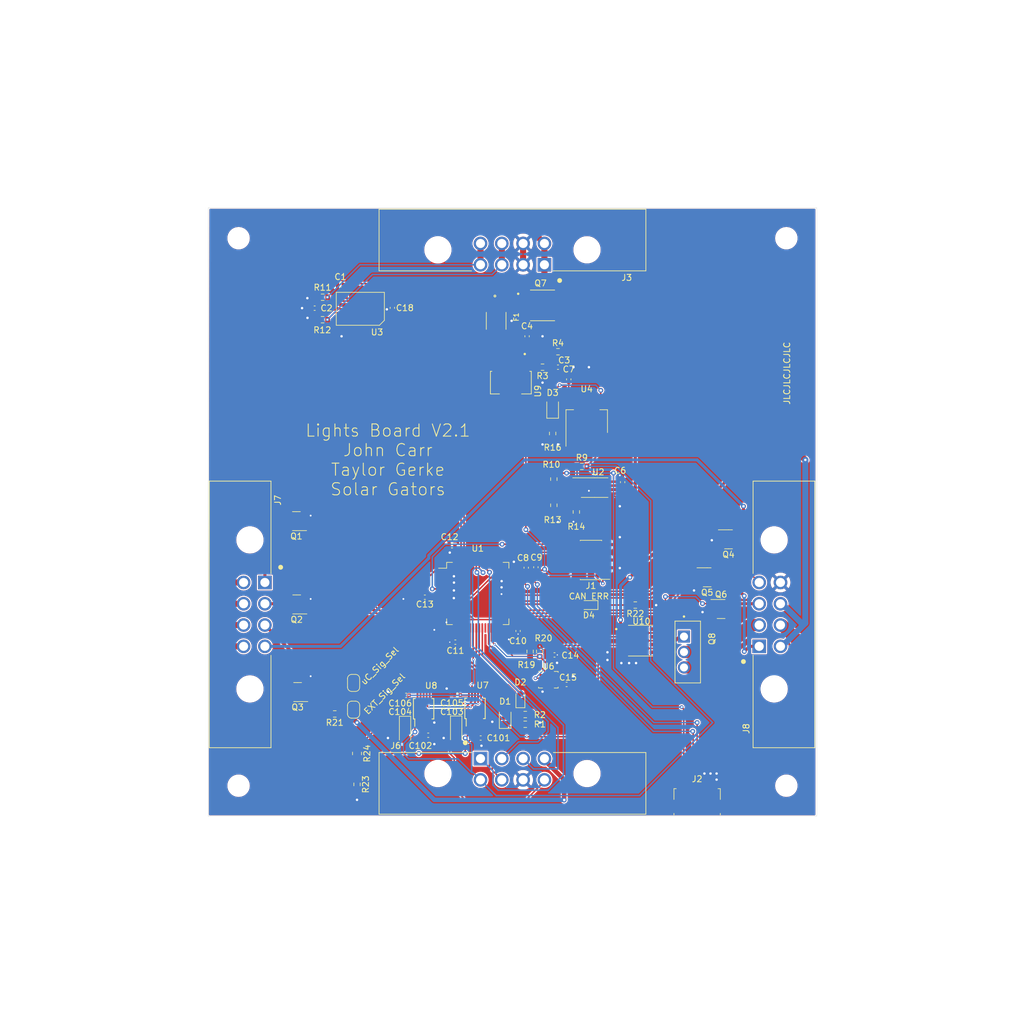
<source format=kicad_pcb>
(kicad_pcb (version 20211014) (generator pcbnew)
  (layers (0 "F.Cu" signal) (31 "B.Cu" signal) (34 "B.Paste" user) (35 "F.Paste" user) (36 "B.SilkS" user "B.Silkscreen") (37 "F.SilkS" user "F.Silkscreen") (38 "B.Mask" user) (39 "F.Mask" user) (44 "Edge.Cuts" user))
  (net 0 "")
  (net 1 "GND")
  (net 2 "Net-(C2-Pad1)")
  (net 3 "Net-(C3-Pad1)")
  (net 4 "/5v_Reg")
  (net 5 "+5V")
  (net 6 "+3V3")
  (net 7 "/Board_OK")
  (net 8 "Net-(D1-Pad1)")
  (net 9 "/Error")
  (net 10 "Net-(D2-Pad1)")
  (net 11 "Net-(D3-Pad1)")
  (net 12 "/NRST")
  (net 13 "/TCK")
  (net 14 "/TMS")
  (net 16 "/D+")
  (net 17 "/D-")
  (net 18 "/5v_USB")
  (net 19 "/CAN-")
  (net 20 "/CAN+")
  (net 21 "/Aux_C3")
  (net 22 "/Aux_C2")
  (net 23 "/Aux_C1")
  (net 24 "/LED_1")
  (net 25 "/LED_2")
  (net 26 "/LED_3")
  (net 27 "/LED_4")
  (net 28 "/LED_5")
  (net 29 "/LED_6")
  (net 30 "/LED1_EN")
  (net 31 "/LED2_EN")
  (net 32 "/LED3_EN")
  (net 33 "/LED4_EN")
  (net 34 "/LED5_EN")
  (net 35 "/LED6_EN")
  (net 36 "/PWR_STAT")
  (net 37 "/VSNS")
  (net 38 "Net-(R14-Pad1)")
  (net 39 "+1V8")
  (net 40 "/TXD")
  (net 41 "/RXD")
  (net 42 "/EXT")
  (net 43 "/LED3_EN_uC")
  (net 44 "/INT1_IMU")
  (net 46 "Net-(D4-Pad1)")
  (net 47 "/SDA_IMU")
  (net 48 "/SCL_IMU")
  (net 50 "+12V")
  (net 51 "/Break")
  (net 52 "/Throttle")
  (net 53 "/ADC_MISO")
  (net 54 "/ADC_Clk")
  (net 55 "/Throttle_CS")
  (net 56 "/Break_CS")
  (net 59 "unconnected-(J2-Pad6)")
  (net 61 "/CAN_Fault")
  (net 62 "Net-(F1-Pad1)")
  (net 63 "/12V_safe")
  (net 74 "/HORN1")
  (net 77 "/ADC_MOSI")
  (net 90 "/KILL_SW+")
  (net 91 "/HORN2")
  (net 92 "Net-(U10-Pad5)")
  (net 93 "/HORN_EN")
  (footprint "Capacitor_SMD:C_0402_1005Metric" (layer "F.Cu") (at 117.5 66.5 180)
    (fp_text reference "C2")
    (fp_text value "100nF")
  )
  (footprint "Capacitor_SMD:C_0402_1005Metric" (layer "F.Cu") (at 157.48 76.2)
    (fp_text reference "C3")
    (fp_text value "10uF")
  )
  (footprint "Capacitor_SMD:C_0402_1005Metric" (layer "F.Cu") (at 152.4 71.12 90)
    (fp_text reference "C4")
    (fp_text value "10uF")
  )
  (footprint "Capacitor_SMD:C_0402_1005Metric" (layer "F.Cu") (at 168.1 95.1 90)
    (fp_text reference "C6")
    (fp_text value "1uF")
  )
  (footprint "Capacitor_SMD:C_0402_1005Metric" (layer "F.Cu") (at 159.25 78.2 90)
    (fp_text reference "C7")
    (fp_text value "1uF")
  )
  (footprint "LED_SMD:LED_0805_2012Metric" (layer "F.Cu") (at 148.8 133.9 90)
    (fp_text reference "D1")
    (fp_text value "Board OK")
  )
  (footprint "LED_SMD:LED_0603_1608Metric" (layer "F.Cu") (at 151.3 130.7 90)
    (fp_text reference "D2")
    (fp_text value "Error")
  )
  (footprint "LED_SMD:LED_0805_2012Metric" (layer "F.Cu") (at 156.6 82.9 90)
    (fp_text reference "D3")
    (fp_text value "Brd_ON")
  )
  (footprint "LED_SMD:LED_0603_1608Metric" (layer "F.Cu") (at 162.56 115.3 180)
    (fp_text reference "D4")
    (fp_text value "CAN ERR")
  )
  (footprint "MountingHole:MountingHole_3.2mm_M3" (layer "F.Cu") (at 105 55)
    (fp_text reference "H1" hide)
    (fp_text value "MountingHole")
  )
  (footprint "MountingHole:MountingHole_3.2mm_M3" (layer "F.Cu") (at 195 55)
    (fp_text reference "H2" hide)
    (fp_text value "MountingHole")
  )
  (footprint "MountingHole:MountingHole_3.2mm_M3" (layer "F.Cu") (at 195 145)
    (fp_text reference "H3" hide)
    (fp_text value "MountingHole")
  )
  (footprint "Connector_PinHeader_1.27mm:PinHeader_2x05_P1.27mm_Vertical_SMD" (layer "F.Cu") (at 162.9 107.9 180)
    (fp_text reference "J1")
    (fp_text value "Conn_ARM_JTAG_SWD_10")
  )
  (footprint "Connector_USB:USB_Micro-B_Molex_47346-0001" (layer "F.Cu") (at 180.34 147.2)
    (fp_text reference "J2")
    (fp_text value "USB_B_Micro")
  )
  (footprint "34830-0801 (1):MOLEX_34830-0801" (layer "F.Cu") (at 150 56.9025 180)
    (fp_text reference "J3")
    (fp_text value "34830-0801")
  )
  (footprint "34830-0801 (1):MOLEX_34830-0801" (layer "F.Cu") (at 150 143)
    (fp_text reference "J6")
    (fp_text value "34830-0801")
  )
  (footprint "34830-0801 (1):MOLEX_34830-0801" (layer "F.Cu") (at 106.8625 116.84 -90)
    (fp_text reference "J7")
    (fp_text value "34830-0801")
  )
  (footprint "34830-0801 (1):MOLEX_34830-0801" (layer "F.Cu") (at 193 116.84 90)
    (fp_text reference "J8")
    (fp_text value "34830-0801")
  )
  (footprint "Resistor_SMD:R_0603_1608Metric" (layer "F.Cu") (at 152.1 133.3 180)
    (fp_text reference "R2")
    (fp_text value "200")
  )
  (footprint "Resistor_SMD:R_0603_1608Metric" (layer "F.Cu") (at 161.4 92.5)
    (fp_text reference "R9")
    (fp_text value "10k")
  )
  (footprint "Resistor_SMD:R_0603_1608Metric" (layer "F.Cu") (at 156.8 94.6 -90)
    (fp_text reference "R10")
    (fp_text value "10k")
  )
  (footprint "Resistor_SMD:R_0603_1608Metric" (layer "F.Cu") (at 118.8125 64.7 180)
    (fp_text reference "R11")
    (fp_text value "60")
  )
  (footprint "Resistor_SMD:R_0603_1608Metric" (layer "F.Cu") (at 118.8 68.4 180)
    (fp_text reference "R12")
    (fp_text value "60")
  )
  (footprint "Resistor_SMD:R_0603_1608Metric" (layer "F.Cu") (at 156.8 98.9 -90)
    (fp_text reference "R13")
    (fp_text value "10k")
  )
  (footprint "Resistor_SMD:R_0603_1608Metric" (layer "F.Cu") (at 160.5 100 -90)
    (fp_text reference "R14")
    (fp_text value "220")
  )
  (footprint "Resistor_SMD:R_0603_1608Metric" (layer "F.Cu") (at 156.6 87.1 -90)
    (fp_text reference "R16")
    (fp_text value "10k")
  )
  (footprint "MountingHole:MountingHole_3.2mm_M3" (layer "F.Cu") (at 105 145)
    (fp_text reference "H4" hide)
    (fp_text value "MountingHole")
  )
  (footprint "Package_QFP:LQFP-64_10x10mm_P0.5mm" (layer "F.Cu") (at 144.3 113.4)
    (fp_text reference "U1")
    (fp_text value "STM32F072RBTx")
  )
  (footprint "Package_TO_SOT_SMD:SOT-223-3_TabPin2" (layer "F.Cu") (at 162.2 85.1 90)
    (fp_text reference "U4")
    (fp_text value "AMS1117-5.0")
  )
  (footprint "Package_SO:TSSOP-8_4.4x3mm_P0.65mm" (layer "F.Cu") (at 163.5 96)
    (fp_text reference "U2")
    (fp_text value "TPS2113")
  )
  (footprint "JohnLib:SOIC-8" (layer "F.Cu") (at 125 66.6 90)
    (fp_text reference "U3")
    (fp_text value "TCAN1042xV")
  )
  (footprint "Resistor_SMD:R_0603_1608Metric" (layer "F.Cu") (at 152.1 134.9 180)
    (fp_text reference "R1")
    (fp_text value "200")
  )
  (footprint "Jumper:SolderJumper-2_P1.3mm_Open_RoundedPad1.0x1.5mm" (layer "F.Cu") (at 123.9 128.1 90)
    (fp_text reference "JP3" hide)
    (fp_text value "LED_uC")
  )
  (footprint "Jumper:SolderJumper-2_P1.3mm_Open_RoundedPad1.0x1.5mm" (layer "F.Cu") (at 123.9 132.5 -90)
    (fp_text reference "JP4" hide)
    (fp_text value "LED_Ext")
  )
  (footprint "Resistor_SMD:R_0603_1608Metric" (layer "F.Cu") (at 120.8 133.2 180)
    (fp_text reference "R21")
    (fp_text value "150k")
  )
  (footprint "Capacitor_SMD:C_0402_1005Metric" (layer "F.Cu") (at 121.735 62.64 180)
    (fp_text reference "C1")
    (fp_text value "100nF")
  )
  (footprint "Capacitor_SMD:C_0402_1005Metric" (layer "F.Cu") (at 152.26 109.16 90)
    (fp_text reference "C8")
    (fp_text value "10nF")
  )
  (footprint "Capacitor_SMD:C_0402_1005Metric" (layer "F.Cu") (at 153.85 109.085 90)
    (fp_text reference "C9")
    (fp_text value "1uF")
  )
  (footprint "Capacitor_SMD:C_0402_1005Metric" (layer "F.Cu") (at 150.92 119.565 -90)
    (fp_text reference "C10")
    (fp_text value "100nF")
  )
  (footprint "Capacitor_SMD:C_0402_1005Metric" (layer "F.Cu") (at 140.065 105.56 180)
    (fp_text reference "C12")
    (fp_text value "100nF")
  )
  (footprint "Capacitor_SMD:C_0402_1005Metric" (layer "F.Cu") (at 135.605 114.01 180)
    (fp_text reference "C13")
    (fp_text value "4.7uF")
  )
  (footprint "Capacitor_SMD:C_0402_1005Metric" (layer "F.Cu") (at 140.615 121.4 180)
    (fp_text reference "C11")
    (fp_text value "100nF")
  )
  (footprint "Package_TO_SOT_SMD:SOT-23" (layer "F.Cu") (at 114.5 101.5 180)
    (fp_text reference "Q1")
    (fp_text value "AO3400A")
  )
  (footprint "Package_TO_SOT_SMD:SOT-23" (layer "F.Cu") (at 114.55 115.2 180)
    (fp_text reference "Q2")
    (fp_text value "AO3400A")
  )
  (footprint "Package_TO_SOT_SMD:SOT-23" (layer "F.Cu") (at 114.7 129.6 180)
    (fp_text reference "Q3")
    (fp_text value "AO3400A")
  )
  (footprint "Package_TO_SOT_SMD:SOT-23" (layer "F.Cu") (at 185.5 104.5)
    (fp_text reference "Q4")
    (fp_text value "AO3400A")
  )
  (footprint "Package_TO_SOT_SMD:SOT-23" (layer "F.Cu") (at 181.991 110.744)
    (fp_text reference "Q5")
    (fp_text value "AO3400A")
  )
  (footprint "Package_TO_SOT_SMD:SOT-23" (layer "F.Cu") (at 184.277 115.951)
    (fp_text reference "Q6")
    (fp_text value "AO3400A")
  )
  (footprint "Capacitor_SMD:C_0402_1005Metric" (layer "F.Cu") (at 130.27 66.445 -90)
    (fp_text reference "C18")
    (fp_text value "100nF")
  )
  (footprint "AMS1117 (1):SOT229P700X180-4N" (layer "F.Cu") (at 149.733 78.74 -90)
    (fp_text reference "U9")
    (fp_text value "AMS1117")
  )
  (footprint "AO4407A (1):SOIC127P600X175-8N" (layer "F.Cu") (at 154.94 66.04)
    (fp_text reference "Q7")
    (fp_text value "AO4407A")
  )
  (footprint "Capacitor_Tantalum_SMD:CP_EIA-3216-18_Kemet-A" (layer "F.Cu") (at 140.75 135.85 -90)
    (fp_text reference "C103")
    (fp_text value "10uF")
  )
  (footprint "Package_SO:MSOP-10_3x3mm_P0.5mm" (layer "F.Cu") (at 135.4 132.35 90)
    (fp_text reference "U8")
    (fp_text value "MCP33151")
  )
  (footprint "Capacitor_SMD:C_0402_1005Metric" (layer "F.Cu") (at 156.905 123.5 180)
    (fp_text reference "C14")
    (fp_text value "10nF")
  )
  (footprint "Resistor_SMD:R_0603_1608Metric" (layer "F.Cu") (at 170.18 115.3 180)
    (fp_text reference "R22")
    (fp_text value "200")
  )
  (footprint "Resistor_SMD:R_0603_1608Metric" (layer "F.Cu") (at 154.475 122.925 -90)
    (fp_text reference "R20")
    (fp_text value "2.2k")
  )
  (footprint "Resistor_SMD:R_0603_1608Metric" (layer "F.Cu") (at 124.46 144.78 -90)
    (fp_text reference "R23")
    (fp_text value "2.15k")
  )
  (footprint "FUSE_1812L200_12DR:FUSE_1812L200_12DR" (layer "F.Cu") (at 147.32 68.58 -90)
    (fp_text reference "F1")
    (fp_text value "SMD1812P300TF")
  )
  (footprint "Capacitor_SMD:C_0402_1005Metric" (layer "F.Cu") (at 158.895 128.35)
    (fp_text reference "C15")
    (fp_text value "100nF")
  )
  (footprint "AO4407A (1):SOIC127P600X175-8N" (layer "F.Cu") (at 171.0475 121.158)
    (fp_text reference "U10")
    (fp_text value "IR2104STRPBF")
  )
  (footprint "Resistor_SMD:R_0805_2012Metric" (layer "F.Cu") (at 124.46 139.7 -90)
    (fp_text reference "R24")
    (fp_text value "1.8k")
  )
  (footprint "Resistor_SMD:R_0603_1608Metric" (layer "F.Cu") (at 157.48 73.66)
    (fp_text reference "R4")
    (fp_text value "5.1k")
  )
  (footprint "Resistor_SMD:R_0603_1608Metric" (layer "F.Cu") (at 152.9 122.925 -90)
    (fp_text reference "R19")
    (fp_text value "2.2k")
  )
  (footprint "Capacitor_Tantalum_SMD:CP_EIA-3216-18_Kemet-A" (layer "F.Cu") (at 132.35 135.9 -90)
    (fp_text reference "C104")
    (fp_text value "10uF")
  )
  (footprint "Package_SO:MSOP-10_3x3mm_P0.5mm" (layer "F.Cu") (at 143.85 132.3 90)
    (fp_text reference "U7")
    (fp_text value "MCP33151")
  )
  (footprint "LightsHardware-main:TO254P1016X419X2286-3" (layer "F.Cu") (at 178.181 123.0195 -90)
    (fp_text reference "Q8")
    (fp_text value "IRFZ44NPBF")
  )
  (footprint "Package_LGA:LGA-14_3x2.5mm_P0.5mm_LayoutBorder3x4y" (layer "F.Cu") (at 155.9 127.575)
    (fp_text reference "U6")
    (fp_text value "LSM6DS3")
  )
  (footprint "Capacitor_SMD:C_0402_1005Metric" (layer "F.Cu") (at 132.53 130.15)
    (fp_text reference "C106")
    (fp_text value "100nF")
  )
  (footprint "Capacitor_SMD:C_0402_1005Metric" (layer "F.Cu") (at 144.78 137.16 180)
    (fp_text reference "C101")
    (fp_text value "1uF")
  )
  (footprint "Capacitor_SMD:C_0402_1005Metric" (layer "F.Cu") (at 140.95 130.1)
    (fp_text reference "C105")
    (fp_text value "100nF")
  )
  (footprint "Capacitor_SMD:C_0402_1005Metric" (layer "F.Cu") (at 136.16 136.7 180)
    (fp_text reference "C102")
    (fp_text value "1uF")
  )
  (footprint "Resistor_SMD:R_0603_1608Metric" (layer "F.Cu") (at 154.94 76.2 180)
    (fp_text reference "R3")
    (fp_text value "15k")
  )
  (gr_line (start 100 50) (end 100 150) (layer "Edge.Cuts") (width 0.05))
  (gr_line (start 100 150) (end 200 150) (layer "Edge.Cuts") (width 0.05))
  (gr_line (start 200 50) (end 100 50) (layer "Edge.Cuts") (width 0.05))
  (gr_line (start 200 150) (end 200 50) (layer "Edge.Cuts") (width 0.05))
  (gr_text "EXT_Sig_Sel" (at 129 129.9 45) (layer "F.SilkS") (effects (font (size 1 1))))
  (gr_text "uC_Sig_Sel" (at 128.2 125.3 45) (layer "F.SilkS") (effects (font (size 1 1))))
  (gr_text "JLCJLCJLCJLC" (at 195.1 77.2 90) (layer "F.SilkS") (effects (font (size 1 1))))
  (gr_text "Lights Board V2.1\nJohn Carr\nTaylor Gerke\nSolar Gators" (at 129.54 91.44) (layer "F.SilkS") (effects (font (size 2 2))))
  (segment (start 156.8 99.725) (end 156.8 100.92) (width 0.25) (layer "F.Cu") (net 1))
  (segment (start 167.64 93.98) (end 167.64 94.16) (width 0.25) (layer "F.Cu") (net 1))
  (segment (start 134.835 114.3) (end 135.125 114.01) (width 0.25) (layer "F.Cu") (net 1))
  (segment (start 131.44 129.54) (end 132.05 130.15) (width 0.25) (layer "F.Cu") (net 1))
  (segment (start 115.5375 114.3) (end 115.4875 114.25) (width 0.25) (layer "F.Cu") (net 1))
  (segment (start 154.2455 134.9) (end 154.5255 134.62) (width 0.25) (layer "F.Cu") (net 1))
  (segment (start 181.54 144.807) (end 181.54 143) (width 0.25) (layer "F.Cu") (net 1))
  (segment (start 161.715 95.675) (end 160.6375 95.675) (width 0.25) (layer "F.Cu") (net 1))
  (segment (start 156.4 129.375) (end 156.225 129.55) (width 0.2) (layer "F.Cu") (net 1))
  (segment (start 164.85 108.97) (end 165.1 109.22) (width 0.25) (layer "F.Cu") (net 1))
  (segment (start 116.32 67.2) (end 117.02 66.5) (width 0.25) (layer "F.Cu") (net 1))
  (segment (start 166.3625 96.975) (end 167.64 98.2525) (width 0.25) (layer "F.Cu") (net 1))
  (segment (start 173.593 115.3) (end 173.609 115.316) (width 0.25) (layer "F.Cu") (net 1))
  (segment (start 157.96 76.20693) (end 157.96 76.2) (width 0.25) (layer "F.Cu") (net 1))
  (segment (start 139.465006 115.15) (end 140.37 114.245006) (width 0.25) (layer "F.Cu") (net 1))
  (segment (start 115.43 66.49) (end 117.01 66.49) (width 0.25) (layer "F.Cu") (net 1))
  (segment (start 116.3 64.85) (end 116.3 65.78) (width 0.25) (layer "F.Cu") (net 1))
  (segment (start 140.71 137.16) (end 140.75 137.2) (width 0.25) (layer "F.Cu") (net 1))
  (segment (start 115.6375 128.65) (end 115.6375 128.2025) (width 0.5) (layer "F.Cu") (net 1))
  (segment (start 141.05 120.05) (end 139.7 121.4) (width 0.25) (layer "F.Cu") (net 1))
  (segment (start 168.5725 124.2495) (end 169.164 124.841) (width 0.5) (layer "F.Cu") (net 1))
  (segment (start 140.38 110.57) (end 141.05 109.9) (width 0.25) (layer "F.Cu") (net 1))
  (segment (start 124.46 147.32) (end 124.46 145.605) (width 0.25) (layer "F.Cu") (net 1))
  (segment (start 162.56 96.52) (end 161.715 95.675) (width 0.25) (layer "F.Cu") (net 1))
  (segment (start 155.625 88.9) (end 156.6 87.925) (width 0.25) (layer "F.Cu") (net 1))
  (segment (start 152.925 134.9) (end 154.2455 134.9) (width 0.25) (layer "F.Cu") (net 1))
  (segment (start 157.385 123.5) (end 157.375 123.5) (width 0.25) (layer "F.Cu") (net 1))
  (segment (start 181.229 116.459) (end 181.671 116.901) (width 0.5) (layer "F.Cu") (net 1))
  (segment (start 167.59 109.17) (end 167.64 109.22) (width 0.25) (layer "F.Cu") (net 1))
  (segment (start 167.64 94.16) (end 168.1 94.62) (width 0.25) (layer "F.Cu") (net 1))
  (segment (start 147.55 119.915006) (end 148.584994 120.95) (width 0.25) (layer "F.Cu") (net 1))
  (segment (start 137.09 134.55) (end 137.16 134.62) (width 0.25) (layer "F.Cu") (net 1))
  (segment (start 158.13 88.25) (end 159.9 88.25) (width 0.25) (layer "F.Cu") (net 1))
  (segment (start 184.063 105.45) (end 184.5625 105.45) (width 0.5) (layer "F.Cu") (net 1))
  (segment (start 166.3625 96.975) (end 163.015 96.975) (width 0.25) (layer "F.Cu") (net 1))
  (segment (start 152.4 70.64) (end 154.46 70.64) (width 0.25) (layer "F.Cu") (net 1))
  (segment (start 138.625 115.15) (end 139.465006 115.15) (width 0.25) (layer "F.Cu") (net 1))
  (segment (start 183.261 104.648) (end 184.063 105.45) (width 0.5) (layer "F.Cu") (net 1))
  (segment (start 165.608 123.063) (end 168.5725 123.063) (width 0.5) (layer "F.Cu") (net 1))
  (segment (start 115.6375 128.2025) (end 116.84 127) (width 0.5) (layer "F.Cu") (net 1))
  (segment (start 160.5 101.12) (end 160.02 101.6) (width 0.25) (layer "F.Cu") (net 1))
  (segment (start 139.32452 117.97548) (end 140.83548 117.97548) (width 0.25) (layer "F.Cu") (net 1))
  (segment (start 156.8 100.92) (end 157.48 101.6) (width 0.25) (layer "F.Cu") (net 1))
  (segment (start 152.335 108.605) (end 152.26 108.68) (width 0.25) (layer "F.Cu") (net 1))
  (segment (start 146.685 134.493) (end 146.678 134.5) (width 0.25) (layer "F.Cu") (net 1))
  (segment (start 179.8445 112.903) (end 181.0535 111.694) (width 0.5) (layer "F.Cu") (net 1))
  (segment (start 156.215 129.54) (end 156.225 129.55) (width 0.25) (layer "F.Cu") (net 1))
  (segment (start 160.02 76.2) (end 157.96 76.2) (width 0.25) (layer "F.Cu") (net 1))
  (segment (start 116.79 100.55) (end 116.84 100.6) (width 0.25) (layer "F.Cu") (net 1))
  (segment (start 136.64 137.64) (end 137.16 138.16) (width 0.25) (layer "F.Cu") (net 1))
  (segment (start 151.75 59.3625) (end 151.75 55.8625) (width 1) (layer "F.Cu") (net 1))
  (segment (start 171.005 115.3) (end 173.593 115.3) (width 0.25) (layer "F.Cu") (net 1))
  (segment (start 128.815 67.235) (end 129.3605 66.6895) (width 0.25) (layer "F.Cu") (net 1))
  (segment (start 154.46 70.64) (end 154.94 71.12) (width 0.25) (layer "F.Cu") (net 1))
  (segment (start 127.75 67.235) (end 128.815 67.235) (width 0.25) (layer "F.Cu") (net 1))
  (segment (start 116.3 64.85) (end 118.51 62.64) (width 0.25) (layer "F.Cu") (net 1))
  (segment (start 148.584994 120.95) (end 149.4 120.95) (width 0.25) (layer "F.Cu") (net 1))
  (segment (start 140.26 130.1) (end 140.47 130.1) (width 0.25) (layer "F.Cu") (net 1))
  (segment (start 153.85 108.605) (end 152.335 108.605) (width 0.25) (layer "F.Cu") (net 1))
  (segment (start 116.3 65.78) (end 117.02 66.5) (width 0.25) (layer "F.Cu") (net 1))
  (segment (start 150.72 108.68) (end 150.23 108.19) (width 0.25) (layer "F.Cu") (net 1))
  (segment (start 151.83 68.58) (end 152.465 67.945) (width 0.75) (layer "F.Cu") (net 1))
  (segment (start 164.85 105.36) (end 166.42 105.36) (width 0.25) (layer "F.Cu") (net 1))
  (segment (start 141.05 119.075) (end 141.05 120.05) (width 0.25) (layer "F.Cu") (net 1))
  (segment (start 148.22 111.064994) (end 149.134994 110.15) (width 0.25) (layer "F.Cu") (net 1))
  (segment (start 129.54 137.16) (end 132.08 137.16) (width 0.25) (layer "F.Cu") (net 1))
  (segment (start 116.84 114.3) (end 115.5375 114.3) (width 0.5) (layer "F.Cu") (net 1))
  (segment (start 154.94 78.74) (end 154.94 77.025) (width 0.25) (layer "F.Cu") (net 1))
  (segment (start 154.94 77.025) (end 155.765 76.2) (width 0.25) (layer "F.Cu") (net 1))
  (segment (start 140.83548 117.97548) (end 141.05 118.19) (width 0.25) (layer "F.Cu") (net 1))
  (segment (start 156.925 88.25) (end 159.9 88.25) (width 0.25) (layer "F.Cu") (net 1))
  (segment (start 144.35 134.5) (end 144.85 134.5) (width 0.25) (layer "F.Cu") (net 1))
  (segment (start 154.94 88.9) (end 155.625 88.9) (width 0.25) (layer "F.Cu") (net 1))
  (segment (start 144.907 138.43) (end 145.26 138.077) (width 0.25) (layer "F.Cu") (net 1))
  (segment (start 156.6 87.925) (end 156.925 88.25) (width 0.25) (layer "F.Cu") (net 1))
  (segment (start 154.94 78.74) (end 155.42693 78.74) (width 0.25) (layer "F.Cu") (net 1))
  (segment (start 139.7 105.675) (end 139.585 105.56) (width 0.25) (layer "F.Cu") (net 1))
  (segment (start 140.37 114.245006) (end 140.37 114.16) (width 0.25) (layer "F.Cu") (net 1))
  (segment (start 182.753 104.648) (end 183.261 104.648) (width 0.5) (layer "F.Cu") (net 1))
  (segment (start 157.48 88.9) (end 158.13 88.25) (width 0.25) (layer "F.Cu") (net 1))
  (segment (start 115.4375 100.55) (end 116.79 100.55) (width 0.5) (layer "F.Cu") (net 1))
  (segment (start 129.596 66.925) (end 129.3605 66.6895) (width 0.25) (layer "F.Cu") (net 1))
  (segment (start 139.7 121.4) (end 140.135 121.4) (width 0.25) (layer "F.Cu") (net 1))
  (segment (start 138.7 137.16) (end 140.71 137.16) (width 0.25) (layer "F.Cu") (net 1))
  (segment (start 118.51 62.64) (end 121.255 62.64) (width 0.25) (layer "F.Cu") (net 1))
  (segment (start 159.375 128.35) (end 159.375 127.645) (width 0.25) (layer "F.Cu") (net 1))
  (segment (start 135.9 134.55) (end 136.4 134.55) (width 0.25) (layer "F.Cu") (net 1))
  (segment (start 139.7 106.68) (end 139.7 105.675) (width 0.25) (layer "F.Cu") (net 1))
  (segment (start 148.22 111.37) (end 148.22 111.064994) (width 0.25) (layer "F.Cu") (net 1))
  (segment (start 117.01 66.49) (end 117.02 66.5) (width 0.25) (layer "F.Cu") (net 1))
  (segment (start 154.94 129.54) (end 156.215 129.54) (width 0.2) (layer "F.Cu") (net 1))
  (segment (start 136.4 134.55) (end 137.09 134.55) (width 0.25) (layer "F.Cu") (net 1))
  (segment (start 160.5 100.825) (end 160.5 101.12) (width 0.25) (layer "F.Cu") (net 1))
  (segment (start 141.05 109.9) (end 141.05 107.725) (width 0.25) (layer "F.Cu") (net 1))
  (segment (start 149.134994 110.15) (end 149.975 110.15) (width 0.25) (layer "F.Cu") (net 1))
  (segment (start 146.678 134.5) (end 144.85 134.5) (width 0.25) (layer "F.Cu") (net 1))
  (segment (start 159.25 76.97) (end 160.02 76.2) (width 0.25) (layer "F.Cu") (net 1))
  (segment (start 181.64 144.907) (end 181.54 144.807) (width 0.25) (layer "F.Cu") (net 1))
  (segment (start 163.015 96.975) (end 162.56 96.52) (width 0.25) (layer "F.Cu") (net 1))
  (segment (start 149.86 68.58) (end 151.83 68.58) (width 0.75) (layer "F.Cu") (net 1))
  (segment (start 136.64 136.7) (end 136.64 137.64) (width 0.25) (layer "F.Cu") (net 1))
  (segment (start 116.32 68.1) (end 116.32 67.2) (width 0.25) (layer "F.Cu") (net 1))
  (segment (start 152.925 133.3) (end 152.925 134.9) (width 0.25) (layer "F.Cu") (net 1))
  (segment (start 147.55 119.075) (end 147.55 119.915006) (width 0.25) (layer "F.Cu") (net 1))
  (segment (start 167.64 98.2525) (end 167.64 99.06) (width 0.25) (layer "F.Cu") (net 1))
  (segment (start 139.192 129.032) (end 140.26 130.1) (width 0.25) (layer "F.Cu") (net 1))
  (segment (start 132.08 114.3) (end 134.835 114.3) (width 0.25) (layer "F.Cu") (net 1))
  (segment (start 181.64 145.94) (end 181.64 144.907) (width 0.25) (layer "F.Cu") (net 1))
  (segment (start 164.85 107.9) (end 164.85 108.97) (width 0.25) (layer "F.Cu") (net 1))
  (segment (start 168.5725 123.063) (end 168.5725 124.2495) (width 0.5) (layer "F.Cu") (net 1))
  (segment (start 156.4 128.4875) (end 155.9 128.4875) (width 0.2) (layer "F.Cu") (net 1))
  (segment (start 164.85 109.17) (end 167.59 109.17) (width 0.25) (layer "F.Cu") (net 1))
  (segment (start 156.4 128.4875) (end 156.4 129.375) (width 0.2) (layer "F.Cu") (net 1))
  (segment (start 129.54 129.54) (end 131.44 129.54) (width 0.25) (layer "F.Cu") (net 1))
  (segment (start 155.42693 78.74) (end 157.96 76.20693) (width 0.25) (layer "F.Cu") (net 1))
  (segment (start 166.42 105.36) (end 167.64 104.14) (width 0.25) (layer "F.Cu") (net 1))
  (segment (start 121.92 71.12) (end 121.92 68.58) (width 0.25) (layer "F.Cu") (net 1))
  (segment (start 152.26 108.68) (end 150.72 108.68) (width 0.25) (layer "F.Cu") (net 1))
  (segment (start 179.832 112.903) (end 179.8445 112.903) (width 0.25) (layer "F.Cu") (net 1))
  (segment (start 181.671 116.901) (end 183.3395 116.901) (width 0.5) (layer "F.Cu") (net 1))
  (segment (start 159.375 127.645) (end 160.02 127) (width 0.25) (layer "F.Cu") (net 1))
  (segment (start 159.25 77.72) (end 159.25 76.97) (width 0.25) (layer "F.Cu") (net 1))
  (segment (start 130.27 66.925) (end 129.596 66.925) (width 0.25) (layer "F.Cu") (net 1))
  (segment (start 139.15 118.15) (end 139.32452 117.97548) (width 0.25) (layer "F.Cu") (net 1))
  (segment (start 145.26 138.077) (end 145.26 137.16) (width 0.25) (layer "F.Cu") (net 1))
  (segment (start 141.05 118.19) (end 141.05 119.075) (width 0.25) (layer "F.Cu") (net 1))
  (via (at 183.54 144) (size 0.8) (drill 0.4) (layers "F.Cu" "B.Cu") (net 1))
  (via (at 144.907 138.43) (size 0.8) (drill 0.4) (layers "F.Cu" "B.Cu") (net 1))
  (via (at 148.21 112.39) (size 0.8) (drill 0.4) (layers "F.Cu" "B.Cu") (net 1))
  (via (at 129.54 129.54) (size 0.8) (drill 0.4) (layers "F.Cu" "B.Cu") (net 1))
  (via (at 116.3 64.85) (size 0.8) (drill 0.4) (layers "F.Cu" "B.Cu") (net 1))
  (via (at 129.3605 66.6895) (size 0.8) (drill 0.4) (layers "F.Cu" "B.Cu") (net 1))
  (via (at 154.5255 134.62) (size 0.8) (drill 0.4) (layers "F.Cu" "B.Cu") (net 1))
  (via (at 150.23 108.19) (size 0.8) (drill 0.4) (layers "F.Cu" "B.Cu") (net 1))
  (via (at 116.84 114.3) (size 0.6) (drill 0.3) (layers "F.Cu" "B.Cu") (net 1))
  (via (at 157.375 123.5) (size 0.4) (drill 0.2) (layers "F.Cu" "B.Cu") (net 1))
  (via (at 167.894 124.841) (size 0.8) (drill 0.4) (layers "F.Cu" "B.Cu") (net 1))
  (via (at 179.832 112.903) (size 0.8) (drill 0.4) (layers "F.Cu" "B.Cu") (net 1))
  (via (at 157.325 124.8) (size 0.8) (drill 0.4) (layers "F.Cu" "B.Cu") (net 1))
  (via (at 167.64 93.98) (size 0.6) (drill 0.3) (layers "F.Cu" "B.Cu") (net 1))
  (via (at 181.54 143) (size 0.8) (drill 0.4) (layers "F.Cu" "B.Cu") (net 1))
  (via (at 162.56 96.52) (size 0.6) (drill 0.3) (layers "F.Cu" "B.Cu") (net 1))
  (via (at 139.7 121.4) (size 0.4) (drill 0.2) (layers "F.Cu" "B.Cu") (net 1))
  (via (at 154.94 88.9) (size 0.8) (drill 0.4) (layers "F.Cu" "B.Cu") (net 1))
  (via (at 154.94 71.12) (size 0.8) (drill 0.4) (layers "F.Cu" "B.Cu") (net 1))
  (via (at 137.16 119.38) (size 0.6) (drill 0.3) (layers "F.Cu" "B.Cu") (net 1))
  (via (at 139.15 118.15) (size 0.6) (drill 0.3) (layers "F.Cu" "B.Cu") (net 1))
  (via (at 154.94 129.54) (size 0.8) (drill 0.4) (layers "F.Cu" "B.Cu") (net 1))
  (via (at 148.2 113.5) (size 0.6) (drill 0.3) (layers "F.Cu" "B.Cu") (net 1))
  (via (at 116.84 127) (size 0.6) (drill 0.3) (layers "F.Cu" "B.Cu") (net 1))
  (via (at 183.54 143) (size 0.8) (drill 0.4) (layers "F.Cu" "B.Cu") (net 1))
  (via (at 129.54 137.16) (size 0.8) (drill 0.4) (layers "F.Cu" "B.Cu") (net 1))
  (via (at 137.16 138.16) (size 0.8) (drill 0.4) (layers "F.Cu" "B.Cu") (net 1))
  (via (at 116.32 68.1) (size 0.8) (drill 0.4) (layers "F.Cu" "B.Cu") (net 1))
  (via (at 167.64 109.22) (size 0.8) (drill 0.4) (layers "F.Cu" "B.Cu") (net 1))
  (via (at 140.38 110.57) (size 0.8) (drill 0.4) (layers "F.Cu" "B.Cu") (net 1))
  (via (at 160.02 76.2) (size 0.8) (drill 0.4) (layers "F.Cu" "B.Cu") (net 1))
  (via (at 154.94 78.74) (size 0.8) (drill 0.4) (layers "F.Cu" "B.Cu") (net 1))
  (via (at 139.7 106.68) (size 0.8) (drill 0.4) (layers "F.Cu" "B.Cu") (net 1))
  (via (at 149.4 120.95) (size 0.6) (drill 0.3) (layers "F.Cu" "B.Cu") (net 1))
  (via (at 157.48 101.6) (size 0.6) (drill 0.3) (layers "F.Cu" "B.Cu") (net 1))
  (via (at 121.92 71.12) (size 0.8) (drill 0.4) (layers "F.Cu" "B.Cu") (net 1))
  (via (at 140.39 111.61) (size 0.8) (drill 0.4) (layers "F.Cu" "B.Cu") (net 1))
  (via (at 140.37 114.16) (size 0.8) (drill 0.4) (layers "F.Cu" "B.Cu") (net 1))
  (via (at 150.925 120.075) (size 0.4) (drill 0.2) (layers "F.Cu" "B.Cu") (net 1))
  (via (at 167.64 99.06) (size 0.8) (drill 0.4) (layers "F.Cu" "B.Cu") (net 1))
  (via (at 148.22 111.37) (size 0.8) (drill 0.4) (layers "F.Cu" "B.Cu") (net 1))
  (via (at 162.56 76.2) (size 0.8) (drill 0.4) (layers "F.Cu" "B.Cu") (net 1))
  (via (at 157.48 88.9) (size 0.8) (drill 0.4) (layers "F.Cu" "B.Cu") (net 1))
  (via (at 181.229 116.459) (size 0.8) (drill 0.4) (layers "F.Cu" "B.Cu") (net 1))
  (via (at 182.54 143) (size 0.8) (drill 0.4) (layers "F.Cu" "B.Cu") (net 1))
  (via (at 160.02 127) (size 0.8) (drill 0.4) (layers "F.Cu" "B.Cu") (net 1))
  (via (at 139.192 129.032) (size 0.8) (drill 0.4) (layers "F.Cu" "B.Cu") (net 1))
  (via (at 137.16 134.62) (size 0.8) (drill 0.4) (layers "F.Cu" "B.Cu") (net 1))
  (via (at 138.7 137.16) (size 0.8) (drill 0.4) (layers "F.Cu" "B.Cu") (net 1))
  (via (at 165.608 123.063) (size 0.8) (drill 0.4) (layers "F.Cu" "B.Cu") (net 1))
  (via (at 149.86 68.58) (size 0.8) (drill 0.4) (layers "F.Cu" "B.Cu") (net 1))
  (via (at 115.43 66.49) (size 0.8) (drill 0.4) (layers "F.Cu" "B.Cu") (net 1))
  (via (at 116.84 100.6) (size 0.6) (drill 0.3) (layers "F.Cu" "B.Cu") (net 1))
  (via (at 124.46 147.32) (size 0.8) (drill 0.4) (layers "F.Cu" "B.Cu") (net 1))
  (via (at 182.753 104.648) (size 0.8) (drill 0.4) (layers "F.Cu" "B.Cu") (net 1))
  (via (at 132.08 114.3) (size 0.6) (drill 0.3) (layers "F.Cu" "B.Cu") (net 1))
  (via (at 167.64 104.14) (size 0.8) (drill 0.4) (layers "F.Cu" "B.Cu") (net 1))
  (via (at 146.685 134.493) (size 0.8) (drill 0.4) (layers "F.Cu" "B.Cu") (net 1))
  (via (at 165.608 124.333) (size 0.8) (drill 0.4) (layers "F.Cu" "B.Cu") (net 1))
  (via (at 160.02 101.6) (size 0.6) (drill 0.3) (layers "F.Cu" "B.Cu") (net 1))
  (via (at 140.38 112.9) (size 0.8) (drill 0.4) (layers "F.Cu" "B.Cu") (net 1))
  (via (at 170.307 124.841) (size 0.8) (drill 0.4) (layers "F.Cu" "B.Cu") (net 1))
  (via (at 169.164 124.841) (size 0.8) (drill 0.4) (layers "F.Cu" "B.Cu") (net 1))
  (via (at 173.609 115.316) (size 0.8) (drill 0.4) (layers "F.Cu" "B.Cu") (net 1))
  (segment (start 117.985 66.5) (end 117.985 64.74) (width 0.25) (layer "F.Cu") (net 2))
  (segment (start 118.0125 68.4) (end 118.0125 66.5275) (width 0.25) (layer "F.Cu") (net 2))
  (segment (start 157 76.2) (end 157 74.005) (width 0.25) (layer "F.Cu") (net 3))
  (segment (start 157 74.005) (end 156.655 73.66) (width 0.25) (layer "F.Cu") (net 3))
  (segment (start 153.881 73.66) (end 156.655 73.66) (width 0.25) (layer "F.Cu") (net 3))
  (segment (start 152.146 75.395) (end 153.31 75.395) (width 1) (layer "F.Cu") (net 3))
  (segment (start 152.146 75.395) (end 153.881 73.66) (width 0.25) (layer "F.Cu") (net 3))
  (segment (start 153.31 75.395) (end 154.115 76.2) (width 1) (layer "F.Cu") (net 3))
  (segment (start 158.305 73.044511) (end 157.48 72.219511) (width 0.5) (layer "F.Cu") (net 4))
  (segment (start 170.18 96.325) (end 170.18 76.2) (width 0.5) (layer "F.Cu") (net 4))
  (segment (start 157.48 72.219511) (end 153.019511 72.219511) (width 0.5) (layer "F.Cu") (net 4))
  (segment (start 152.4 71.6) (end 152.4 72.855) (width 0.5) (layer "F.Cu") (net 4))
  (segment (start 158.305 73.66) (end 158.305 73.044511) (width 0.5) (layer "F.Cu") (net 4))
  (segment (start 153.019511 72.219511) (end 152.644511 71.844511) (width 0.5) (layer "F.Cu") (net 4))
  (segment (start 166.3625 96.325) (end 170.18 96.325) (width 0.5) (layer "F.Cu") (net 4))
  (segment (start 152.4 72.855) (end 149.86 75.395) (width 0.5) (layer "F.Cu") (net 4))
  (segment (start 149.86 75.395) (end 149.733 75.395) (width 0.5) (layer "F.Cu") (net 4))
  (segment (start 152.644511 71.844511) (end 152.4 71.6) (width 0.25) (layer "F.Cu") (net 4))
  (segment (start 170.18 76.2) (end 167.64 73.66) (width 0.5) (layer "F.Cu") (net 4))
  (segment (start 167.64 73.66) (end 158.305 73.66) (width 0.5) (layer "F.Cu") (net 4))
  (segment (start 162.19375 92.49375) (end 164.5 90.1875) (width 0.25) (layer "F.Cu") (net 5))
  (segment (start 145.954031 79.914031) (end 156.985967 79.914031) (width 0.25) (layer "F.Cu") (net 5))
  (segment (start 126.07 64.685) (end 126.07 64.06) (width 0.25) (layer "F.Cu") (net 5))
  (segment (start 142.85 136.55) (end 142.85 134.5) (width 0.25) (layer "F.Cu") (net 5))
  (segment (start 132.35 134.55) (end 134.4 134.55) (width 0.25) (layer "F.Cu") (net 5))
  (segment (start 164.5 80.02) (end 164.5 88.25) (width 0.25) (layer "F.Cu") (net 5))
  (segment (start 133.98 134.97) (end 134.4 134.55) (width 0.25) (layer "F.Cu") (net 5))
  (segment (start 166.45 95.675) (end 165.3625 95.675) (width 0.25) (layer "F.Cu") (net 5))
  (segment (start 130.265 65.965) (end 127.75 65.965) (width 0.25) (layer "F.Cu") (net 5))
  (segment (start 164.51 80.01) (end 164.5 80.02) (width 0.25) (layer "F.Cu") (net 5))
  (segment (start 168.2 95.585) (end 166.54 95.585) (width 0.25) (layer "F.Cu") (net 5))
  (segment (start 142.24 137.16) (end 142.85 136.55) (width 0.25) (layer "F.Cu") (net 5))
  (segment (start 127.35 65.965) (end 126.07 64.685) (width 0.25) (layer "F.Cu") (net 5))
  (segment (start 164.5 90.1875) (end 164.5 88.25) (width 0.25) (layer "F.Cu") (net 5))
  (segment (start 126.48 63.65) (end 129.69 63.65) (width 0.25) (layer "F.Cu") (net 5))
  (segment (start 126.07 64.06) (end 126.48 63.65) (width 0.25) (layer "F.Cu") (net 5))
  (segment (start 133.98 136.16) (end 133.98 134.97) (width 0.25) (layer "F.Cu") (net 5))
  (segment (start 156.985967 79.914031) (end 157.749999 79.149999) (width 0.25) (layer "F.Cu") (net 5))
  (segment (start 140.75 134.5) (end 142.85 134.5) (width 0.25) (layer "F.Cu") (net 5))
  (segment (start 129.69 63.65) (end 145.954031 79.914031) (width 0.25) (layer "F.Cu") (net 5))
  (segment (start 165.3625 95.675) (end 162.1875 92.5) (width 0.25) (layer "F.Cu") (net 5))
  (via (at 157.749999 79.149999) (size 0.6) (drill 0.3) (layers "F.Cu" "B.Cu") (net 5))
  (via (at 164.51 80.01) (size 0.8) (drill 0.4) (layers "F.Cu" "B.Cu") (net 5))
  (via (at 162.19375 92.49375) (size 0.6) (drill 0.3) (layers "F.Cu" "B.Cu") (net 5))
  (via (at 133.98 136.16) (size 0.8) (drill 0.4) (layers "F.Cu" "B.Cu") (net 5))
  (via (at 142.24 137.16) (size 0.8) (drill 0.4) (layers "F.Cu" "B.Cu") (net 5))
  (segment (start 141.059 140.589) (end 132.969 140.589) (width 0.25) (layer "B.Cu") (net 5))
  (segment (start 182.88 134.62) (end 170.87952 146.62048) (width 0.25) (layer "B.Cu") (net 5))
  (segment (start 164.51 80.01) (end 164.51 79.99) (width 0.25) (layer "B.Cu") (net 5))
  (segment (start 143.540489 142.830489) (end 144.75 144.04) (width 0.25) (layer "B.Cu") (net 5))
  (segment (start 162.19375 92.49375) (end 167.036943 92.49375) (width 0.25) (layer "B.Cu") (net 5))
  (segment (start 132.969 140.589) (end 132.08 139.7) (width 0.25) (layer "B.Cu") (net 5))
  (segment (start 172.72 98.176807) (end 172.72 124.46) (width 0.25) (layer "B.Cu") (net 5))
  (segment (start 132.08 138.06) (end 133.98 136.16) (width 0.25) (layer "B.Cu") (net 5))
  (segment (start 163.669999 79.149999) (end 157.749999 79.149999) (width 0.25) (layer "B.Cu") (net 5))
  (segment (start 172.72 124.46) (end 182.88 134.62) (width 0.25) (layer "B.Cu") (net 5))
  (segment (start 170.87952 146.62048) (end 147.33048 146.62048) (width 0.25) (layer "B.Cu") (net 5))
  (segment (start 143.300489 142.830489) (end 143.300489 138.220489) (width 0.25) (layer "B.Cu") (net 5))
  (segment (start 143.300489 142.830489) (end 141.059 140.589) (width 0.25) (layer "B.Cu") (net 5))
  (segment (start 143.300489 142.830489) (end 143.540489 142.830489) (width 0.25) (layer "B.Cu") (net 5))
  (segment (start 143.300489 138.220489) (end 142.24 137.16) (width 0.25) (layer "B.Cu") (net 5))
  (segment (start 167.036943 92.49375) (end 172.72 98.176807) (width 0.25) (layer "B.Cu") (net 5))
  (segment (start 147.33048 146.62048) (end 144.75 144.04) (width 0.25) (layer "B.Cu") (net 5))
  (segment (start 132.08 139.7) (end 132.08 138.06) (width 0.25) (layer "B.Cu") (net 5))
  (segment (start 164.51 79.99) (end 163.669999 79.149999) (width 0.25) (layer "B.Cu") (net 5))
  (segment (start 164.065489 121.945489) (end 164.084 121.964) (width 0.25) (layer "F.Cu") (net 6))
  (segment (start 152.2 86.3375) (end 152.2 102.9) (width 0.25) (layer "F.Cu") (net 6))
  (segment (start 164.85 111.76) (end 164.85 110.44) (width 0.25) (layer "F.Cu") (net 6))
  (segment (start 156.425 123.5) (end 156.425 126.6375) (width 0.2) (layer "F.Cu") (net 6))
  (segment (start 136.09 114.43) (end 137.31 115.65) (width 0.25) (layer "F.Cu") (net 6))
  (segment (start 156.552294 79.464511) (end 149.776138 79.464511) (width 0.25) (layer "F.Cu") (net 6))
  (segment (start 158.008681 78.525488) (end 157.491317 78.525488) (width 0.25) (layer "F.Cu") (net 6))
  (segment (start 148.05 118.2) (end 148.05 119.075) (width 0.25) (layer "F.Cu") (net 6))
  (segment (start 141.62 115.65) (end 147.62 109.65) (width 0.25) (layer "F.Cu") (net 6))
  (segment (start 158.170489 128.105489) (end 158.170489 122.545489) (width 0.2) (layer "F.Cu") (net 6))
  (segment (start 141.55 130.2) (end 142.85 130.2) (width 0.25) (layer "F.Cu") (net 6))
  (segment (start 158.168193 78.685) (end 158.008681 78.525488) (width 0.25) (layer "F.Cu") (net 6))
  (segment (start 154.51 122.25) (end 154.535 122.225) (width 0.25) (layer "F.Cu") (net 6))
  (segment (start 153.85 109.57) (end 155.12 109.57) (width 0.25) (layer "F.Cu") (net 6))
  (segment (start 157.85 122.225) (end 158.290386 122.225) (width 0.25) (layer "F.Cu") (net 6))
  (segment (start 141.43 130.1) (end 142.85 130.1) (width 0.25) (layer "F.Cu") (net 6))
  (segment (start 159.25 79.9) (end 159.25 78.685) (width 0.25) (layer "F.Cu") (net 6))
  (segment (start 158.290386 122.225) (end 158.569897 121.945489) (width 0.25) (layer "F.Cu") (net 6))
  (segment (start 136.09 110.844298) (end 139.209298 107.725) (width 0.25) (layer "F.Cu") (net 6))
  (segment (start 141.55 119.075) (end 141.55 118) (width 0.25) (layer "F.Cu") (net 6))
  (segment (start 162.2 88.25) (end 162.2 81.95) (width 0.25) (layer "F.Cu") (net 6))
  (segment (start 136.09 114.01) (end 136.09 110.844298) (width 0.25) (layer "F.Cu") (net 6))
  (segment (start 149.776138 79.464511) (end 132.781627 62.47) (width 0.25) (layer "F.Cu") (net 6))
  (segment (start 155.4 128.4875) (end 155.4 128.095349) (width 0.2) (layer "F.Cu") (net 6))
  (segment (start 164.065489 121.945489) (end 168.420011 121.945489) (width 0.25) (layer "F.Cu") (net 6))
  (segment (start 164.084 131.626) (end 158.76 136.95) (width 0.25) (layer "F.Cu") (net 6))
  (segment (start 139.209298 107.725) (end 140.55 107.725) (width 0.25) (layer "F.Cu") (net 6))
  (segment (start 149.975 109.65) (end 152.255 109.65) (width 0.25) (layer "F.Cu") (net 6))
  (segment (start 155.4 128.095349) (end 155.129651 127.825) (width 0.2) (layer "F.Cu") (net 6))
  (segment (start 150.92 119.08) (end 151.34 119.08) (width 0.25) (layer "F.Cu") (net 6))
  (segment (start 158.76 136.95) (end 152.35 136.95) (width 0.25) (layer "F.Cu") (net 6))
  (segment (start 122.25 64.695) (end 122.25 62.72) (width 0.25) (layer "F.Cu") (net 6))
  (segment (start 151.34 119.08) (end 154.51 122.25) (width 0.25) (layer "F.Cu") (net 6))
  (segment (start 147.62 109.65) (end 149.975 109.65) (width 0.25) (layer "F.Cu") (net 6))
  (segment (start 168.420011 121.945489) (end 168.5725 121.793) (width 0.25) (layer "F.Cu") (net 6))
  (segment (start 156.425 123.5) (end 156.425 122.3) (width 0.2) (layer "F.Cu") (net 6))
  (segment (start 155.12 109.57) (end 155.27 109.42) (width 0.25) (layer "F.Cu") (net 6))
  (segment (start 141.55 118) (end 141.86 117.69) (width 0.25) (layer "F.Cu") (net 6))
  (segment (start 152.26 109.645) (end 153.775 109.645) (width 0.25) (layer "F.Cu") (net 6))
  (segment (start 161.3 81.95) (end 159.25 79.9) (width 0.25) (layer "F.Cu") (net 6))
  (segment (start 156.6 81.9375) (end 152.2 86.3375) (width 0.25) (layer "F.Cu") (net 6))
  (segment (start 156.5 122.225) (end 157.85 122.225) (width 0.25) (layer "F.Cu") (net 6))
  (segment (start 136.09 114.01) (end 136.09 114.43) (width 0.25) (layer "F.Cu") (net 6))
  (segment (start 152.9 122.1) (end 154.475 122.1) (width 0.2) (layer "F.Cu") (net 6))
  (segment (start 143.64 117.69) (end 147.54 117.69) (width 0.25) (layer "F.Cu") (net 6))
  (segment (start 137.31 115.65) (end 138.625 115.65) (width 0.25) (layer "F.Cu") (net 6))
  (segment (start 156.425 122.3) (end 156.5 122.225) (width 0.2) (layer "F.Cu") (net 6))
  (segment (start 164.084 121.964) (end 164.084 131.626) (width 0.25) (layer "F.Cu") (net 6))
  (segment (start 154.7375 126.825) (end 154.7375 127.325) (width 0.2) (layer "F.Cu") (net 6))
  (segment (start 156.425 126.6375) (end 156.4 126.6625) (width 0.2) (layer "F.Cu") (net 6))
  (segment (start 132.781627 62.47) (end 122.23 62.47) (width 0.25) (layer "F.Cu") (net 6))
  (segment (start 147.54 117.69) (end 148.05 118.2) (width 0.25) (layer "F.Cu") (net 6))
  (segment (start 156.6 81.9375) (end 162.1875 81.9375) (width 0.25) (layer "F.Cu") (net 6))
  (segment (start 158.415 128.35) (end 158.170489 128.105489) (width 0.2) (layer "F.Cu") (net 6))
  (segment (start 159.25 78.685) (end 158.168193 78.685) (width 0.25) (layer "F.Cu") (net 6))
  (segment (start 141.55 120.95) (end 141.55 119.075) (width 0.25) (layer "F.Cu") (net 6))
  (segment (start 157.491317 78.525488) (end 156.552294 79.464511) (width 0.25) (layer "F.Cu") (net 6))
  (segment (start 158.569897 121.945489) (end 164.065489 121.945489) (width 0.25) (layer "F.Cu") (net 6))
  (segment (start 158.39 128.325) (end 158.415 128.35) (width 0.2) (layer "F.Cu") (net 6))
  (segment (start 154.7375 127.325) (end 153.775 127.325) (width 0.2) (layer "F.Cu") (net 6))
  (segment (start 133 130.2475) (end 124.46 138.7875) (width 0.25) (layer "F.Cu") (net 6))
  (segment (start 143.64 117.67) (end 143.64 117.69) (width 0.25) (layer "F.Cu") (net 6))
  (segment (start 138.625 115.65) (end 141.62 115.65) (width 0.25) (layer "F.Cu") (net 6))
  (segment (start 140.55 105.56) (end 140.55 107.725) (width 0.25) (layer "F.Cu") (net 6))
  (segment (start 158.170489 122.545489) (end 157.85 122.225) (width 0.2) (layer "F.Cu") (net 6))
  (segment (start 157.0625 128.325) (end 158.39 128.325) (width 0.2) (layer "F.Cu") (net 6))
  (segment (start 141.1 121.4) (end 141.55 120.95) (width 0.25) (layer "F.Cu") (net 6))
  (segment (start 133 130.15) (end 133 130.2475) (width 0.25) (layer "F.Cu") (net 6))
  (segment (start 141.62 115.65) (end 143.64 117.67) (width 0.25) (layer "F.Cu") (net 6))
  (segment (start 154.7375 127.325) (end 154.7375 127.825) (width 0.2) (layer "F.Cu") (net 6))
  (segment (start 154.535 122.225) (end 156.5 122.225) (width 0.25) (layer "F.Cu") (net 6))
  (segment (start 155.129651 127.825) (end 154.7375 127.825) (width 0.2) (layer "F.Cu") (net 6))
  (segment (start 141.86 117.69) (end 143.64 117.69) (width 0.25) (layer "F.Cu") (net 6))
  (segment (start 148.05 119.075) (end 150.915 119.075) (width 0.25) (layer "F.Cu") (net 6))
  (segment (start 133 130.15) (end 134.4 130.15) (width 0.25) (layer "F.Cu") (net 6))
  (via (at 164.85 111.76) (size 0.6) (drill 0.3) (layers "F.Cu" "B.Cu") (net 6))
  (via (at 155.27 109.42) (size 0.8) (drill 0.4) (layers "F.Cu" "B.Cu") (net 6))
  (via (at 152.35 136.95) (size 0.4) (drill 0.2) (layers "F.Cu" "B.Cu") (net 6))
  (via (at 153.775 127.325) (size 0.6) (drill 0.3) (layers "F.Cu" "B.Cu") (net 6))
  (via (at 141.45 130.1) (size 0.4) (drill 0.2) (layers "F.Cu" "B.Cu") (net 6))
  (via (at 133 130.15) (size 0.4) (drill 0.2) (layers "F.Cu" "B.Cu") (net 6))
  (via (at 152.2 102.9) (size 0.8) (drill 0.4) (layers "F.Cu" "B.Cu") (net 6))
  (via (at 154.475 122.1) (size 0.4) (drill 0.2) (layers "F.Cu" "B.Cu") (net 6))
  (segment (start 144.4 130.1) (end 151.25 136.95) (width 0.25) (layer "B.Cu") (net 6))
  (segment (start 156.25 110.4) (end 155.27 109.42) (width 0.25) (layer "B.Cu") (net 6))
  (segment (start 151.25 136.95) (end 152.35 136.95) (width 0.25) (layer "B.Cu") (net 6))
  (segment (start 133 130.15) (end 141.4 130.15) (width 0.25) (layer "B.Cu") (net 6))
  (segment (start 153.775 127.325) (end 155.174511 125.925489) (width 0.2) (layer "B.Cu") (net 6))
  (segment (start 141.45 130.1) (end 144.4 130.1) (width 0.25) (layer "B.Cu") (net 6))
  (segment (start 152.2 102.9) (end 155.27 105.97) (width 0.25) (layer "B.Cu") (net 6))
  (segment (start 155.174511 125.925489) (end 155.174511 122.799511) (width 0.2) (layer "B.Cu") (net 6))
  (segment (start 164.85 111.76) (end 163.49 110.4) (width 0.25) (layer "B.Cu") (net 6))
  (segment (start 141.4 130.15) (end 141.45 130.1) (width 0.25) (layer "B.Cu") (net 6))
  (segment (start 163.49 110.4) (end 156.25 110.4) (width 0.25) (layer "B.Cu") (net 6))
  (segment (start 155.174511 122.799511) (end 154.475 122.1) (width 0.2) (layer "B.Cu") (net 6))
  (segment (start 155.27 105.97) (end 155.27 109.42) (width 0.25) (layer "B.Cu") (net 6))
  (segment (start 144.55 123.85) (end 148.8 128.1) (width 0.25) (layer "F.Cu") (net 7))
  (segment (start 144.55 119.075) (end 144.55 123.85) (width 0.25) (layer "F.Cu") (net 7))
  (segment (start 148.8 128.1) (end 148.8 132.9625) (width 0.25) (layer "F.Cu") (net 7))
  (segment (start 148.8 134.8375) (end 151.2125 134.8375) (width 0.25) (layer "F.Cu") (net 8))
  (segment (start 151.3 129.8) (end 145.05 123.55) (width 0.25) (layer "F.Cu") (net 9))
  (segment (start 145.05 123.55) (end 145.05 119.075) (width 0.25) (layer "F.Cu") (net 9))
  (segment (start 151.3 131.4875) (end 151.3 133.275) (width 0.25) (layer "F.Cu") (net 10))
  (segment (start 156.6 83.8625) (end 156.6 86.3125) (width 0.25) (layer "F.Cu") (net 11))
  (segment (start 148.3 105.3) (end 160.89 105.3) (width 0.25) (layer "F.Cu") (net 12))
  (segment (start 138.625 112.65) (end 136.829998 112.65) (width 0.25) (layer "F.Cu") (net 12))
  (via (at 148.3 105.3) (size 0.8) (drill 0.4) (layers "F.Cu" "B.Cu") (net 12))
  (via (at 136.829998 112.65) (size 0.8) (drill 0.4) (layers "F.Cu" "B.Cu") (net 12))
  (segment (start 136.829998 107.380002) (end 136.829998 112.65) (width 0.25) (layer "B.Cu") (net 12))
  (segment (start 148.3 105.3) (end 138.91 105.3) (width 0.25) (layer "B.Cu") (net 12))
  (segment (start 138.91 105.3) (end 136.829998 107.380002) (width 0.25) (layer "B.Cu") (net 12))
  (segment (start 148.05 107.725) (end 149.145 106.63) (width 0.25) (layer "F.Cu") (net 13))
  (segment (start 159.02 109.17) (end 160.95 109.17) (width 0.25) (layer "F.Cu") (net 13))
  (segment (start 156.48 106.63) (end 159.02 109.17) (width 0.25) (layer "F.Cu") (net 13))
  (segment (start 149.145 106.63) (end 156.48 106.63) (width 0.25) (layer "F.Cu") (net 13))
  (segment (start 159.5 110.44) (end 160.95 110.44) (width 0.25) (layer "F.Cu") (net 14))
  (segment (start 149.975 110.65) (end 159.29 110.65) (width 0.25) (layer "F.Cu") (net 14))
  (segment (start 159.29 110.65) (end 159.5 110.44) (width 0.25) (layer "F.Cu") (net 14))
  (segment (start 153.318566 111.15) (end 154.086622 111.918056) (width 0.25) (layer "F.Cu") (net 16))
  (segment (start 149.975 111.15) (end 153.318566 111.15) (width 0.25) (layer "F.Cu") (net 16))
  (segment (start 180.34 134.62) (end 180.34 145.74) (width 0.25) (layer "F.Cu") (net 16))
  (via (at 154.086622 111.918056) (size 0.8) (drill 0.4) (layers "F.Cu" "B.Cu") (net 16))
  (via (at 180.34 134.62) (size 0.8) (drill 0.4) (layers "F.Cu" "B.Cu") (net 16))
  (segment (start 180.34 134.62) (end 173.228 134.62) (width 0.25) (layer "B.Cu") (net 16))
  (segment (start 154.086622 115.478622) (end 154.086622 111.918056) (width 0.25) (layer "B.Cu") (net 16))
  (segment (start 173.228 134.62) (end 154.086622 115.478622) (width 0.25) (layer "B.Cu") (net 16))
  (segment (start 179.69 136.132147) (end 179.69 145.94) (width 0.25) (layer "F.Cu") (net 17))
  (segment (start 151.89 111.65) (end 152.48 112.24) (width 0.25) (layer "F.Cu") (net 17))
  (segment (start 149.975 111.65) (end 151.89 111.65) (width 0.25) (layer "F.Cu") (net 17))
  (segment (start 179.6155 136.057647) (end 179.69 136.132147) (width 0.25) (layer "F.Cu") (net 17))
  (via (at 179.6155 136.057647) (size 0.8) (drill 0.4) (layers "F.Cu" "B.Cu") (net 17))
  (via (at 152.48 112.24) (size 0.8) (drill 0.4) (layers "F.Cu" "B.Cu") (net 17))
  (segment (start 152.48 115.396) (end 152.48 112.24) (width 0.25) (layer "B.Cu") (net 17))
  (segment (start 173.141647 136.057647) (end 152.48 115.396) (width 0.25) (layer "B.Cu") (net 17))
  (segment (start 179.6155 136.057647) (end 173.141647 136.057647) (width 0.25) (layer "B.Cu") (net 17))
  (segment (start 177.8 132.08) (end 178.14 132.42) (width 0.25) (layer "F.Cu") (net 18))
  (segment (start 166.6 93.6) (end 166.6 94.875) (width 0.25) (layer "F.Cu") (net 18))
  (segment (start 178.14 144.104) (end 179.04 145.004) (width 0.25) (layer "F.Cu") (net 18))
  (segment (start 179.04 145.004) (end 179.04 145.94) (width 0.25) (layer "F.Cu") (net 18))
  (segment (start 178.14 132.42) (end 178.14 144.104) (width 0.25) (layer "F.Cu") (net 18))
  (segment (start 166.6 94.875) (end 166.45 95.025) (width 0.25) (layer "F.Cu") (net 18))
  (segment (start 158.89 93.61) (end 157.0025 93.61) (width 0.25) (layer "F.Cu") (net 18))
  (via (at 177.8 132.08) (size 0.6) (drill 0.3) (layers "F.Cu" "B.Cu") (net 18))
  (via (at 166.6 93.6) (size 0.8) (drill 0.4) (layers "F.Cu" "B.Cu") (net 18))
  (via (at 158.89 93.61) (size 0.8) (drill 0.4) (layers "F.Cu" "B.Cu") (net 18))
  (segment (start 166.6 93.6) (end 166.034315 93.6) (width 0.25) (layer "B.Cu") (net 18))
  (segment (start 172.974 132.08) (end 166.6 125.706) (width 0.25) (layer "B.Cu") (net 18))
  (segment (start 166.024315 93.61) (end 158.89 93.61) (width 0.25) (layer "B.Cu") (net 18))
  (segment (start 177.8 132.08) (end 172.974 132.08) (width 0.25) (layer "B.Cu") (net 18))
  (segment (start 166.6 125.706) (end 166.6 93.6) (width 0.25) (layer "B.Cu") (net 18))
  (segment (start 166.034315 93.6) (end 166.024315 93.61) (width 0.25) (layer "B.Cu") (net 18))
  (segment (start 144.75 59.0625) (end 144.75 55.8625) (width 1) (layer "F.Cu") (net 19))
  (segment (start 120.865 65.965) (end 119.6 64.7) (width 0.25) (layer "F.Cu") (net 19))
  (segment (start 122.25 65.965) (end 120.865 65.965) (width 0.25) (layer "F.Cu") (net 19))
  (via (at 119.6 64.7) (size 0.6) (drill 0.3) (layers "F.Cu" "B.Cu") (net 19))
  (segment (start 124.9375 59.3625) (end 144.75 59.3625) (width 0.25) (layer "B.Cu") (net 19))
  (segment (start 119.6 64.7) (end 124.9375 59.3625) (width 0.25) (layer "B.Cu") (net 19))
  (segment (start 119.60125 68.38625) (end 120.7525 67.235) (width 0.25) (layer "F.Cu") (net 20))
  (segment (start 120.7525 67.235) (end 122.25 67.235) (width 0.25) (layer "F.Cu") (net 20))
  (segment (start 148.25 59.3625) (end 148.25 55.8625) (width 1) (layer "F.Cu") (net 20))
  (via (at 119.60125 68.38625) (size 0.6) (drill 0.3) (layers "F.Cu" "B.Cu") (net 20))
  (segment (start 146.6525 60.96) (end 148.25 59.3625) (width 0.25) (layer "B.Cu") (net 20))
  (segment (start 119.60125 68.35875) (end 127 60.96) (width 0.25) (layer "B.Cu") (net 20))
  (segment (start 127 60.96) (end 146.6525 60.96) (width 0.25) (layer "B.Cu") (net 20))
  (segment (start 119.60125 68.38625) (end 119.60125 68.35875) (width 0.25) (layer "B.Cu") (net 20))
  (segment (start 144.05 109.825297) (end 144.162522 109.937819) (width 0.25) (layer "F.Cu") (net 21))
  (segment (start 144.05 107.725) (end 144.05 109.825297) (width 0.25) (layer "F.Cu") (net 21))
  (via (at 144.162522 109.937819) (size 0.8) (drill 0.4) (layers "F.Cu" "B.Cu") (net 21))
  (segment (start 144.4 110.175297) (end 144.162522 109.937819) (width 0.25) (layer "B.Cu") (net 21))
  (segment (start 151.75 140.54) (end 153.45 142.24) (width 0.25) (layer "B.Cu") (net 21))
  (segment (start 153.45 142.24) (end 157.48 142.24) (width 0.25) (layer "B.Cu") (net 21))
  (segment (start 144.4 122.371436) (end 144.4 110.175297) (width 0.25) (layer "B.Cu") (net 21))
  (segment (start 157.48 142.24) (end 157.48 135.451436) (width 0.25) (layer "B.Cu") (net 21))
  (segment (start 157.48 135.451436) (end 144.4 122.371436) (width 0.25) (layer "B.Cu") (net 21))
  (segment (start 145.162297 109.885344) (end 145.162297 109.96005) (width 0.25) (layer "F.Cu") (net 22))
  (segment (start 144.55 109.273047) (end 145.162297 109.885344) (width 0.25) (layer "F.Cu") (net 22))
  (segment (start 144.55 107.725) (end 144.55 109.273047) (width 0.25) (layer "F.Cu") (net 22))
  (via (at 145.162297 109.96005) (size 0.8) (drill 0.4) (layers "F.Cu" "B.Cu") (net 22))
  (segment (start 144.462625 109.213308) (end 143.862419 109.213308) (width 0.25) (layer "B.Cu") (net 22))
  (segment (start 145.162297 109.96005) (end 145.162297 109.91298) (width 0.25) (layer "B.Cu") (net 22))
  (segment (start 143.438011 109.637716) (end 143.438011 122.045165) (width 0.25) (layer "B.Cu") (net 22))
  (segment (start 150.995 137.795) (end 148.25 140.54) (width 0.25) (layer "B.Cu") (net 22))
  (segment (start 155.850408 136.122592) (end 154.178 137.795) (width 0.25) (layer "B.Cu") (net 22))
  (segment (start 143.862419 109.213308) (end 143.438011 109.637716) (width 0.25) (layer "B.Cu") (net 22))
  (segment (start 154.178 137.795) (end 150.995 137.795) (width 0.25) (layer "B.Cu") (net 22))
  (segment (start 155.850408 134.457562) (end 155.850408 136.122592) (width 0.25) (layer "B.Cu") (net 22))
  (segment (start 143.438011 122.045165) (end 155.850408 134.457562) (width 0.25) (layer "B.Cu") (net 22))
  (segment (start 145.162297 109.91298) (end 144.462625 109.213308) (width 0.25) (layer "B.Cu") (net 22))
  (segment (start 145.05 108.73) (end 146.23 109.91) (width 0.25) (layer "F.Cu") (net 23))
  (segment (start 145.05 107.725) (end 145.05 108.73) (width 0.25) (layer "F.Cu") (net 23))
  (via (at 146.23 109.91) (size 0.8) (drill 0.4) (layers "F.Cu" "B.Cu") (net 23))
  (segment (start 146.800489 142.590489) (end 144.75 140.54) (width 0.25) (layer "B.Cu") (net 23))
  (segment (start 146.23 109.91) (end 146.23 122.93) (width 0.25) (layer "B.Cu") (net 23))
  (segment (start 155.850408 145.729511) (end 147.649592 145.729511) (width 0.25) (layer "B.Cu") (net 23))
  (segment (start 147.649592 145.729511) (end 146.800489 144.880408) (width 0.25) (layer "B.Cu") (net 23))
  (segment (start 158.37904 135.079042) (end 158.37904 143.200879) (width 0.25) (layer "B.Cu") (net 23))
  (segment (start 146.800489 144.880408) (end 146.800489 142.590489) (width 0.25) (layer "B.Cu") (net 23))
  (segment (start 158.37904 143.200879) (end 155.850408 145.729511) (width 0.25) (layer "B.Cu") (net 23))
  (segment (start 146.23 122.93) (end 158.37904 135.079042) (width 0.25) (layer "B.Cu") (net 23))
  (segment (start 109.3225 105.74) (end 113.5625 101.5) (width 0.5) (layer "F.Cu") (net 24))
  (segment (start 109.3225 111.59) (end 109.3225 105.74) (width 0.5) (layer "F.Cu") (net 24))
  (segment (start 109.3225 115.09) (end 113.5025 115.09) (width 0.5) (layer "F.Cu") (net 25))
  (segment (start 113.5025 115.09) (end 113.6125 115.2) (width 0.25) (layer "F.Cu") (net 25))
  (segment (start 109.3225 118.59) (end 113.7625 123.03) (width 0.5) (layer "F.Cu") (net 26))
  (segment (start 113.7625 123.03) (end 113.7625 129.6) (width 0.5) (layer "F.Cu") (net 26))
  (segment (start 186.4375 104.5) (end 187.96 102.9775) (width 0.5) (layer "F.Cu") (net 27))
  (segment (start 187.96 102.9775) (end 187.96 99.06) (width 0.5) (layer "F.Cu") (net 27))
  (via (at 187.96 99.06) (size 0.8) (drill 0.4) (layers "F.Cu" "B.Cu") (net 27))
  (segment (start 151.957506 91.44) (end 136.255479 107.142027) (width 0.5) (layer "B.Cu") (net 27))
  (segment (start 136.255479 107.142027) (end 136.255479 107.584521) (width 0.5) (layer "B.Cu") (net 27))
  (segment (start 187.96 99.06) (end 180.34 91.44) (width 0.5) (layer "B.Cu") (net 27))
  (segment (start 180.34 91.44) (end 151.957506 91.44) (width 0.5) (layer "B.Cu") (net 27))
  (segment (start 121.75 122.09) (end 109.3225 122.09) (width 0.5) (layer "B.Cu") (net 27))
  (segment (start 136.255479 107.584521) (end 121.75 122.09) (width 0.5) (layer "B.Cu") (net 27))
  (segment (start 185.030102 110.744) (end 182.9285 110.744) (width 0.5) (layer "F.Cu") (net 28))
  (segment (start 188.078102 113.792) (end 185.030102 110.744) (width 0.5) (layer "F.Cu") (net 28))
  (segment (start 188.933 122.09) (end 188.087 122.936) (width 0.5) (layer "F.Cu") (net 28))
  (segment (start 190.54 122.09) (end 188.933 122.09) (width 0.5) (layer "F.Cu") (net 28))
  (via (at 188.078102 113.792) (size 0.8) (drill 0.4) (layers "F.Cu" "B.Cu") (net 28))
  (via (at 188.087 122.936) (size 0.8) (drill 0.4) (layers "F.Cu" "B.Cu") (net 28))
  (segment (start 188.078102 122.927102) (end 188.087 122.936) (width 0.25) (layer "B.Cu") (net 28))
  (segment (start 188.078102 113.792) (end 188.078102 122.927102) (width 0.5) (layer "B.Cu") (net 28))
  (segment (start 186.0755 115.09) (end 190.54 115.09) (width 0.5) (layer "F.Cu") (net 29))
  (segment (start 185.2145 115.951) (end 186.0755 115.09) (width 0.5) (layer "F.Cu") (net 29))
  (segment (start 115.55 103.6) (end 128.1 116.15) (width 0.25) (layer "F.Cu") (net 30))
  (segment (start 128.1 116.15) (end 138.625 116.15) (width 0.25) (layer "F.Cu") (net 30))
  (segment (start 115.55 102.44) (end 115.55 103.6) (width 0.25) (layer "F.Cu") (net 30))
  (segment (start 138.625 116.65) (end 116.05 116.65) (width 0.25) (layer "F.Cu") (net 31))
  (segment (start 116.05 116.65) (end 115.55 116.15) (width 0.25) (layer "F.Cu") (net 31))
  (segment (start 115.7 130.55) (end 122.6 130.55) (width 1) (layer "F.Cu") (net 32))
  (segment (start 122.6 130.55) (end 123.9 131.85) (width 1) (layer "F.Cu") (net 32))
  (segment (start 123.9 131.85) (end 123.9 128.75) (width 1) (layer "F.Cu") (net 32))
  (segment (start 184.5 103.55) (end 182.05 103.55) (width 0.25) (layer "F.Cu") (net 33))
  (segment (start 182.05 103.55) (end 172.57 113.03) (width 0.25) (layer "F.Cu") (net 33))
  (segment (start 159.62901 113.67499) (end 149.99999 113.67499) (width 0.25) (layer "F.Cu") (net 33))
  (segment (start 172.57 113.03) (end 160.274 113.03) (width 0.25) (layer "F.Cu") (net 33))
  (segment (start 160.274 113.03) (end 159.62901 113.67499) (width 0.25) (layer "F.Cu") (net 33))
  (segment (start 149.975 116.65) (end 174.1975 116.65) (width 0.25) (layer "F.Cu") (net 34))
  (segment (start 174.1975 116.65) (end 181.0535 109.794) (width 0.25) (layer "F.Cu") (net 34))
  (segment (start 181.229 115.062) (end 183.2785 115.062) (width 0.25) (layer "F.Cu") (net 35))
  (segment (start 175.133 115.062) (end 175.133 113.919) (width 0.25) (layer "F.Cu") (net 35))
  (segment (start 174.045 116.15) (end 174.117 116.078) (width 0.25) (layer "F.Cu") (net 35))
  (segment (start 149.975 116.15) (end 174.045 116.15) (width 0.25) (layer "F.Cu") (net 35))
  (segment (start 174.117 116.078) (end 175.133 115.062) (width 0.25) (layer "F.Cu") (net 35))
  (segment (start 183.2785 115.062) (end 183.3395 115.001) (width 0.25) (layer "F.Cu") (net 35))
  (via (at 181.229 115.062) (size 0.8) (drill 0.4) (layers "F.Cu" "B.Cu") (net 35))
  (via (at 175.133 113.919) (size 0.8) (drill 0.4) (layers "F.Cu" "B.Cu") (net 35))
  (segment (start 180.086 113.919) (end 181.229 115.062) (width 0.25) (layer "B.Cu") (net 35))
  (segment (start 175.133 113.919) (end 180.086 113.919) (width 0.25) (layer "B.Cu") (net 35))
  (segment (start 160.6125 92.5) (end 160.6125 94.9625) (width 0.25) (layer "F.Cu") (net 36))
  (segment (start 160.55 96.325) (end 157.7375 96.325) (width 0.25) (layer "F.Cu") (net 37))
  (segment (start 156.8 98.1125) (end 156.8 95.3875) (width 0.25) (layer "F.Cu") (net 37))
  (segment (start 157.7375 96.325) (end 156.8 95.3875) (width 0.25) (layer "F.Cu") (net 37))
  (segment (start 160.5 99.2125) (end 160.5 97.025) (width 0.25) (layer "F.Cu") (net 38))
  (segment (start 143.35 134.5) (end 143.35 136.2) (width 0.25) (layer "F.Cu") (net 39))
  (segment (start 144.3 137.15) (end 144.3 137.16) (width 0.25) (layer "F.Cu") (net 39))
  (segment (start 143.35 137.16) (end 144.3 137.16) (width 0.25) (layer "F.Cu") (net 39))
  (segment (start 134.9 135.916) (end 135.001 136.017) (width 0.25) (layer "F.Cu") (net 39))
  (segment (start 134.9 134.55) (end 134.9 135.916) (width 0.25) (layer "F.Cu") (net 39))
  (segment (start 135.2 137.18) (end 135.68 136.7) (width 0.25) (layer "F.Cu") (net 39))
  (segment (start 135.001 136.021) (end 135.68 136.7) (width 0.25) (layer "F.Cu") (net 39))
  (segment (start 124.46 143.955) (end 124.46 140.6125) (width 0.25) (layer "F.Cu") (net 39))
  (segment (start 142.24 138.27) (end 142.24 139.7) (width 0.25) (layer "F.Cu") (net 39))
  (segment (start 132.38 139.7) (end 134.9 137.18) (width 0.25) (layer "F.Cu") (net 39))
  (segment (start 125.3725 139.7) (end 132.38 139.7) (width 0.25) (layer "F.Cu") (net 39))
  (segment (start 124.46 140.6125) (end 125.3725 139.7) (width 0.25) (layer "F.Cu") (net 39))
  (segment (start 143.35 137.16) (end 142.24 138.27) (width 0.25) (layer "F.Cu") (net 39))
  (segment (start 134.9 137.18) (end 135.2 137.18) (width 0.25) (layer "F.Cu") (net 39))
  (segment (start 143.35 136.2) (end 144.3 137.15) (width 0.25) (layer "F.Cu") (net 39))
  (segment (start 132.38 139.7) (end 134.62 139.7) (width 0.25) (layer "F.Cu") (net 39))
  (segment (start 135.001 136.017) (end 135.001 136.021) (width 0.25) (layer "F.Cu") (net 39))
  (via (at 134.62 139.7) (size 0.8) (drill 0.4) (layers "F.Cu" "B.Cu") (net 39))
  (via (at 142.24 139.7) (size 0.8) (drill 0.4) (layers "F.Cu" "B.Cu") (net 39))
  (segment (start 134.62 139.7) (end 142.24 139.7) (width 0.25) (layer "B.Cu") (net 39))
  (segment (start 141.55 76.888181) (end 133.166819 68.505) (width 0.25) (layer "F.Cu") (net 40))
  (segment (start 133.166819 68.505) (end 127.75 68.505) (width 0.25) (layer "F.Cu") (net 40))
  (segment (start 141.55 107.725) (end 141.55 76.888181) (width 0.25) (layer "F.Cu") (net 40))
  (segment (start 142.05 76.752463) (end 142.05 107.725) (width 0.25) (layer "F.Cu") (net 41))
  (segment (start 127.75 64.695) (end 129.992537 64.695) (width 0.25) (layer "F.Cu") (net 41))
  (segment (start 129.992537 64.695) (end 142.05 76.752463) (width 0.25) (layer "F.Cu") (net 41))
  (segment (start 123.85 133.2) (end 123.85 134.01) (width 0.75) (layer "F.Cu") (net 42))
  (segment (start 155.25 140.78) (end 155.25 140.54) (width 0.75) (layer "F.Cu") (net 42))
  (segment (start 158.496 147.34498) (end 158.496 144.026) (width 0.75) (layer "F.Cu") (net 42))
  (segment (start 158.496 144.026) (end 155.25 140.78) (width 0.75) (layer "F.Cu") (net 42))
  (segment (start 121.5875 133.2) (end 123.85 133.2) (width 1) (layer "F.Cu") (net 42))
  (segment (start 123.9 133.15) (end 123.85 133.2) (width 0.25) (layer "F.Cu") (net 42))
  (segment (start 123.85 134.01) (end 124.46 134.62) (width 0.75) (layer "F.Cu") (net 42))
  (via (at 158.496 147.34498) (size 0.8) (drill 0.4) (layers "F.Cu" "B.Cu") (net 42))
  (via (at 124.46 134.62) (size 0.8) (drill 0.4) (layers "F.Cu" "B.Cu") (net 42))
  (segment (start 158.47102 147.32) (end 137.16 147.32) (width 0.75) (layer "B.Cu") (net 42))
  (segment (start 137.16 147.32) (end 124.46 134.62) (width 0.75) (layer "B.Cu") (net 42))
  (segment (start 158.496 147.34498) (end 158.47102 147.32) (width 0.75) (layer "B.Cu") (net 42))
  (segment (start 123.9 127.45) (end 134.2 117.15) (width 0.25) (layer "F.Cu") (net 43))
  (segment (start 134.2 117.15) (end 138.625 117.15) (width 0.25) (layer "F.Cu") (net 43))
  (segment (start 146.05 121.714259) (end 146.05 119.075) (width 0.2) (layer "F.Cu") (net 44))
  (segment (start 152.660741 128.325) (end 146.05 121.714259) (width 0.2) (layer "F.Cu") (net 44))
  (segment (start 154.7375 128.325) (end 152.660741 128.325) (width 0.2) (layer "F.Cu") (net 44))
  (segment (start 163.3475 115.3) (end 169.355 115.3) (width 0.25) (layer "F.Cu") (net 46))
  (segment (start 155.37548 126.22548) (end 155.37548 126.6625) (width 0.25) (layer "F.Cu") (net 47))
  (segment (start 154.725 125.575) (end 152.9 123.75) (width 0.2) (layer "F.Cu") (net 47))
  (segment (start 154.725 125.575) (end 155.37548 126.22548) (width 0.25) (layer "F.Cu") (net 47))
  (segment (start 147.05 120.675) (end 147.05 119.075) (width 0.2) (layer "F.Cu") (net 47))
  (segment (start 152.9 123.75) (end 150.125 123.75) (width 0.2) (layer "F.Cu") (net 47))
  (segment (start 150.125 123.75) (end 147.05 120.675) (width 0.2) (layer "F.Cu") (net 47))
  (segment (start 155.9 125.190006) (end 155.9 126.6625) (width 0.2) (layer "F.Cu") (net 48))
  (segment (start 154.475 123.75) (end 155.907503 125.182503) (width 0.25) (layer "F.Cu") (net 48))
  (segment (start 146.55 121.225) (end 147.1 121.775) (width 0.2) (layer "F.Cu") (net 48))
  (segment (start 155.907503 125.182503) (end 155.9 125.190006) (width 0.2) (layer "F.Cu") (net 48))
  (segment (start 146.55 119.075) (end 146.55 121.225) (width 0.2) (layer "F.Cu") (net 48))
  (via (at 147.1 121.775) (size 0.4) (drill 0.2) (layers "F.Cu" "B.Cu") (net 48))
  (via (at 154.475 123.75) (size 0.8) (drill 0.4) (layers "F.Cu" "B.Cu") (net 48))
  (segment (start 149.075 123.75) (end 147.1 121.775) (width 0.2) (layer "B.Cu") (net 48))
  (segment (start 154.475 123.75) (end 149.075 123.75) (width 0.2) (layer "B.Cu") (net 48))
  (segment (start 101.9 122.22) (end 101.9 119.08) (width 1) (layer "F.Cu") (net 50))
  (segment (start 167.767 118.4475) (end 168.5725 119.253) (width 0.5) (layer "F.Cu") (net 50))
  (segment (start 101.9 119.08) (end 101.9 114.6) (width 1) (layer "F.Cu") (net 50))
  (segment (start 118.982011 53.737989) (end 101.9 70.82) (width 1) (layer "F.Cu") (net 50))
  (segment (start 103.7 134.7) (end 101.9 132.9) (width 1) (layer "F.Cu") (net 50))
  (segment (start 157.415 66.675) (end 157.415 67.945) (width 1) (layer "F.Cu") (net 50))
  (segment (start 101.9 114.6) (end 102.39 115.09) (width 1) (layer "F.Cu") (net 50))
  (segment (start 120.0125 133.2) (end 119.4125 132.6) (width 1) (layer "F.Cu") (net 50))
  (segment (start 167.767 117.729) (end 167.767 118.4475) (width 0.5) (layer "F.Cu") (net 50))
  (segment (start 101.9 114.6) (end 101.9 111.46) (width 1) (layer "F.Cu") (net 50))
  (segment (start 102.39 118.59) (end 105.8225 118.59) (width 1) (layer "F.Cu") (net 50))
  (segment (start 155.25 61.97) (end 155.25 55.8625) (width 1) (layer "F.Cu") (net 50))
  (segment (start 168.65 61.97) (end 193.294 86.614) (width 1) (layer "F.Cu") (net 50))
  (segment (start 153.125489 53.737989) (end 118.982011 53.737989) (width 1) (layer "F.Cu") (net 50))
  (segment (start 101.9 70.82) (end 101.9 111.46) (width 1) (layer "F.Cu") (net 50))
  (segment (start 155.25 61.97) (end 157.415 64.135) (width 1) (layer "F.Cu") (net 50))
  (segment (start 155.25 61.97) (end 168.65 61.97) (width 1) (layer "F.Cu") (net 50))
  (segment (start 101.9 111.46) (end 102.03 111.59) (width 1) (layer "F.Cu") (net 50))
  (segment (start 193.294 86.614) (end 193.802 87.122) (width 1) (layer "F.Cu") (net 50))
  (segment (start 102.39 115.09) (end 105.8225 115.09) (width 1) (layer "F.Cu") (net 50))
  (segment (start 102.03 111.59) (end 105.8225 111.59) (width 1) (layer "F.Cu") (net 50))
  (segment (start 101.9 122.22) (end 102.03 122.09) (width 1) (layer "F.Cu") (net 50))
  (segment (start 109.4 132.6) (end 107.3 134.7) (width 1) (layer "F.Cu") (net 50))
  (segment (start 101.9 119.08) (end 102.39 118.59) (width 1) (layer "F.Cu") (net 50))
  (segment (start 169.291 110.744) (end 193.294 86.741) (width 0.5) (layer "F.Cu") (net 50))
  (segment (start 119.4125 132.6) (end 109.4 132.6) (width 1) (layer "F.Cu") (net 50))
  (segment (start 193.294 86.741) (end 193.294 86.614) (width 0.5) (layer "F.Cu") (net 50))
  (segment (start 102.03 122.09) (end 105.8225 122.09) (width 1) (layer "F.Cu") (net 50))
  (segment (start 101.9 132.9) (end 101.9 122.22) (width 1) (layer "F.Cu") (net 50))
  (segment (start 107.3 134.7) (end 103.7 134.7) (width 1) (layer "F.Cu") (net 50))
  (segment (start 157.415 64.135) (end 157.415 66.675) (width 1) (layer "F.Cu") (net 50))
  (segment (start 193.802 87.122) (end 198.12 91.44) (width 1) (layer "F.Cu") (net 50))
  (segment (start 155.25 55.8625) (end 153.125489 53.737989) (width 1) (layer "F.Cu") (net 50))
  (via (at 198.12 91.44) (size 1) (drill 0.4) (layers "F.Cu" "B.Cu") (net 50))
  (via (at 169.291 110.744) (size 0.8) (drill 0.4) (layers "F.Cu" "B.Cu") (net 50))
  (via (at 167.767 117.729) (size 0.8) (drill 0.4) (layers "F.Cu" "B.Cu") (net 50))
  (segment (start 198.12 118.2675) (end 194.2975 122.09) (width 1) (layer "B.Cu") (net 50))
  (segment (start 167.767 117.729) (end 167.767 112.141) (width 0.5) (layer "B.Cu") (net 50))
  (segment (start 167.767 112.141) (end 169.164 110.744) (width 0.5) (layer "B.Cu") (net 50))
  (segment (start 197.475 118.2675) (end 194.2975 115.09) (width 1) (layer "B.Cu") (net 50))
  (segment (start 194.2975 122.09) (end 194.04 122.09) (width 1) (layer "B.Cu") (net 50))
  (segment (start 198.12 91.44) (end 198.12 118.2675) (width 1) (layer "B.Cu") (net 50))
  (segment (start 198.12 118.2675) (end 197.475 118.2675) (width 1) (layer "B.Cu") (net 50))
  (segment (start 194.2975 115.09) (end 194.04 115.09) (width 1) (layer "B.Cu") (net 50))
  (segment (start 135.4 135.549022) (end 135.425489 135.574511) (width 0.25) (layer "F.Cu") (net 51))
  (segment (start 155.25 144.28) (end 155.25 144.04) (width 0.25) (layer "F.Cu") (net 51))
  (segment (start 142.24 147.32) (end 152.21 147.32) (width 0.25) (layer "F.Cu") (net 51))
  (segment (start 137.975489 137.460103) (end 139.7 139.184614) (width 0.25) (layer "F.Cu") (net 51))
  (segment (start 135.425489 135.574511) (end 136.690103 135.574511) (width 0.25) (layer "F.Cu") (net 51))
  (segment (start 139.7 139.184614) (end 139.7 139.7) (width 0.25) (layer "F.Cu") (net 51))
  (segment (start 136.690103 135.574511) (end 137.975489 136.859897) (width 0.25) (layer "F.Cu") (net 51))
  (segment (start 135.4 134.55) (end 135.4 135.549022) (width 0.25) (layer "F.Cu") (net 51))
  (segment (start 140.430978 145.510978) (end 142.24 147.32) (width 0.25) (layer "F.Cu") (net 51))
  (segment (start 140.430978 140.430978) (end 140.430978 145.510978) (width 0.25) (layer "F.Cu") (net 51))
  (segment (start 139.7 139.7) (end 140.430978 140.430978) (width 0.25) (layer "F.Cu") (net 51))
  (segment (start 152.21 147.32) (end 155.25 144.28) (width 0.25) (layer "F.Cu") (net 51))
  (segment (start 137.975489 136.859897) (end 137.975489 137.460103) (width 0.25) (layer "F.Cu") (net 51))
  (segment (start 145.684511 135.524511) (end 143.875489 135.524511) (width 0.25) (layer "F.Cu") (net 52))
  (segment (start 146.685 142.475) (end 146.685 136.525) (width 0.25) (layer "F.Cu") (net 52))
  (segment (start 146.685 136.525) (end 145.684511 135.524511) (width 0.25) (layer "F.Cu") (net 52))
  (segment (start 143.85 135.499022) (end 143.85 134.5) (width 0.25) (layer "F.Cu") (net 52))
  (segment (start 148.25 144.04) (end 146.685 142.475) (width 0.25) (layer "F.Cu") (net 52))
  (segment (start 143.875489 135.524511) (end 143.85 135.499022) (width 0.25) (layer "F.Cu") (net 52))
  (segment (start 136.278633 131.478633) (end 142.228633 131.478633) (width 0.25) (layer "F.Cu") (net 53))
  (segment (start 144.35 125.8) (end 144.35 130.1) (width 0.25) (layer "F.Cu") (net 53))
  (segment (start 135.9 131.1) (end 136.278633 131.478633) (width 0.25) (layer "F.Cu") (net 53))
  (segment (start 143.05 124.5) (end 144.35 125.8) (width 0.25) (layer "F.Cu") (net 53))
  (segment (start 143.05 119.075) (end 143.05 124.5) (width 0.25) (layer "F.Cu") (net 53))
  (segment (start 135.9 130.15) (end 135.9 131.1) (width 0.25) (layer "F.Cu") (net 53))
  (segment (start 144.35 131.5) (end 144.35 130.1) (width 0.25) (layer "F.Cu") (net 53))
  (via (at 144.35 131.5) (size 0.4) (drill 0.2) (layers "F.Cu" "B.Cu") (net 53))
  (via (at 142.228633 131.478633) (size 0.4) (drill 0.2) (layers "F.Cu" "B.Cu") (net 53))
  (segment (start 142.25 131.5) (end 144.35 131.5) (width 0.25) (layer "B.Cu") (net 53))
  (segment (start 142.228633 131.478633) (end 142.25 131.5) (width 0.25) (layer "B.Cu") (net 53))
  (segment (start 136.3 132.05) (end 136.185718 132.05) (width 0.25) (layer "F.Cu") (net 54))
  (segment (start 143.85 125.935718) (end 143.85 130.1) (width 0.25) (layer "F.Cu") (net 54))
  (segment (start 142.55 124.635718) (end 143.85 125.935718) (width 0.25) (layer "F.Cu") (net 54))
  (segment (start 143.85 131.340778) (end 143.145389 132.045389) (width 0.25) (layer "F.Cu") (net 54))
  (segment (start 143.85 130.1) (end 143.85 131.340778) (width 0.25) (layer "F.Cu") (net 54))
  (segment (start 142.55 119.075) (end 142.55 124.635718) (width 0.25) (layer "F.Cu") (net 54))
  (segment (start 136.185718 132.05) (end 135.4 131.264282) (width 0.25) (layer "F.Cu") (net 54))
  (segment (start 135.4 131.264282) (end 135.4 130.15) (width 0.25) (layer "F.Cu") (net 54))
  (via (at 136.3 132.05) (size 0.4) (drill 0.2) (layers "F.Cu" "B.Cu") (net 54))
  (via (at 143.145389 132.045389) (size 0.4) (drill 0.2) (layers "F.Cu" "B.Cu") (net 54))
  (segment (start 136.3 132.05) (end 136.304611 132.045389) (width 0.25) (layer "B.Cu") (net 54))
  (segment (start 136.304611 132.045389) (end 143.145389 132.045389) (width 0.25) (layer "B.Cu") (net 54))
  (segment (start 144.05 119.075) (end 144.05 123.985718) (width 0.25) (layer "F.Cu") (net 55))
  (segment (start 144.05 123.985718) (end 144.85 124.785718) (width 0.25) (layer "F.Cu") (net 55))
  (segment (start 144.85 124.785718) (end 144.85 130.1) (width 0.25) (layer "F.Cu") (net 55))
  (segment (start 136.4 122.15) (end 139.475 119.075) (width 0.25) (layer "F.Cu") (net 56))
  (segment (start 139.475 119.075) (end 140.55 119.075) (width 0.25) (layer "F.Cu") (net 56))
  (segment (start 136.4 130.15) (end 136.4 122.15) (width 0.25) (layer "F.Cu") (net 56))
  (segment (start 177.8775 147.6875) (end 176.965 148.6) (width 0.25) (layer "F.Cu") (net 59))
  (segment (start 183.515 148.6) (end 183.715 148.4) (width 0.25) (layer "F.Cu") (net 59))
  (segment (start 183.715 146.7125) (end 182.8275 145.825) (width 0.25) (layer "F.Cu") (net 59))
  (segment (start 177.43 148.6) (end 183.515 148.6) (width 0.25) (layer "F.Cu") (net 59))
  (segment (start 177.8775 146.3) (end 177.8775 147.6875) (width 0.25) (layer "F.Cu") (net 59))
  (segment (start 183.715 148.4) (end 183.715 146.7125) (width 0.25) (layer "F.Cu") (net 59))
  (segment (start 161.6225 115.15) (end 161.7725 115.3) (width 0.25) (layer "F.Cu") (net 61))
  (segment (start 149.975 115.15) (end 161.6225 115.15) (width 0.25) (layer "F.Cu") (net 61))
  (segment (start 152.465 65.405) (end 152.465 64.135) (width 1) (layer "F.Cu") (net 62))
  (segment (start 151.905 65.965) (end 152.465 65.405) (width 1) (layer "F.Cu") (net 62))
  (segment (start 147.32 65.965) (end 151.905 65.965) (width 1) (layer "F.Cu") (net 62))
  (segment (start 152.465 65.405) (end 152.465 66.675) (width 1) (layer "F.Cu") (net 62))
  (segment (start 147.447 75.399) (end 147.447 75.438) (width 0.25) (layer "F.Cu") (net 63))
  (segment (start 147.447 75.438) (end 147.447 71.322) (width 1) (layer "F.Cu") (net 63))
  (segment (start 147.443 75.395) (end 147.447 75.399) (width 0.25) (layer "F.Cu") (net 63))
  (segment (start 147.447 75.311) (end 147.486 75.311) (width 0.25) (layer "F.Cu") (net 63))
  (segment (start 147.486 75.311) (end 147.57 75.395) (width 0.25) (layer "F.Cu") (net 63))
  (segment (start 147.447 71.322) (end 147.32 71.195) (width 1) (layer "F.Cu") (net 63))
  (segment (start 178.181 123.0195) (end 184.5745 123.0195) (width 2) (layer "F.Cu") (net 74))
  (segment (start 184.5745 123.0195) (end 189.004 118.59) (width 2) (layer "F.Cu") (net 74))
  (segment (start 189.004 118.59) (end 190.54 118.59) (width 2) (layer "F.Cu") (net 74))
  (segment (start 143.55 119.075) (end 143.55 124.224935) (width 0.25) (layer "F.Cu") (net 77))
  (segment (start 143.55 124.224935) (end 143.5745 124.249435) (width 0.25) (layer "F.Cu") (net 77))
  (segment (start 136.1 132.6) (end 134.9 131.4) (width 0.25) (layer "F.Cu") (net 77))
  (segment (start 141.849022 132.6) (end 136.1 132.6) (width 0.25) (layer "F.Cu") (net 77))
  (segment (start 143.35 131.099022) (end 141.849022 132.6) (width 0.25) (layer "F.Cu") (net 77))
  (segment (start 143.3255 128.4) (end 143.35 128.4245) (width 0.25) (layer "F.Cu") (net 77))
  (segment (start 143.35 130.1) (end 143.35 131.099022) (width 0.25) (layer "F.Cu") (net 77))
  (segment (start 134.9 131.4) (end 134.9 130.15) (width 0.25) (layer "F.Cu") (net 77))
  (segment (start 143.35 128.4245) (end 143.35 130.1) (width 0.25) (layer "F.Cu") (net 77))
  (via (at 143.5745 124.249435) (size 0.4) (drill 0.2) (layers "F.Cu" "B.Cu") (net 77))
  (via (at 143.3255 128.4) (size 0.4) (drill 0.2) (layers "F.Cu" "B.Cu") (net 77))
  (segment (start 143.3255 128.4) (end 143.3255 128.3745) (width 0.25) (layer "B.Cu") (net 77))
  (segment (start 143.3255 128.3745) (end 143.5745 128.1255) (width 0.25) (layer "B.Cu") (net 77))
  (segment (start 143.5745 128.1255) (end 143.5745 124.249435) (width 0.25) (layer "B.Cu") (net 77))
  (segment (start 172.89549 114.12451) (end 178.943 108.077) (width 0.25) (layer "F.Cu") (net 90))
  (segment (start 187.027 108.077) (end 190.54 111.59) (width 0.25) (layer "F.Cu") (net 90))
  (segment (start 149.975 114.65) (end 159.87551 114.65) (width 0.25) (layer "F.Cu") (net 90))
  (segment (start 159.87551 114.65) (end 160.401 114.12451) (width 0.25) (layer "F.Cu") (net 90))
  (segment (start 178.943 108.077) (end 187.027 108.077) (width 0.25) (layer "F.Cu") (net 90))
  (segment (start 160.401 114.12451) (end 172.89549 114.12451) (width 0.25) (layer "F.Cu") (net 90))
  (segment (start 196.3855 125.5595) (end 198.12 123.825) (width 2) (layer "F.Cu") (net 91))
  (segment (start 198.12 122.4125) (end 194.2975 118.59) (width 2) (layer "F.Cu") (net 91))
  (segment (start 198.12 123.825) (end 198.12 122.4125) (width 2) (layer "F.Cu") (net 91))
  (segment (start 178.181 125.5595) (end 196.3855 125.5595) (width 2) (layer "F.Cu") (net 91))
  (segment (start 194.2975 118.59) (end 194.04 118.59) (width 2) (layer "F.Cu") (net 91))
  (segment (start 174.879 123.063) (end 177.4625 120.4795) (width 0.5) (layer "F.Cu") (net 92))
  (segment (start 173.5225 123.063) (end 174.879 123.063) (width 0.5) (layer "F.Cu") (net 92))
  (segment (start 177.4625 120.4795) (end 178.181 120.4795) (width 0.5) (layer "F.Cu") (net 92))
  (segment (start 160.076 117.15) (end 163.449 120.523) (width 0.25) (layer "F.Cu") (net 93))
  (segment (start 160.076 117.15) (end 149.975 117.15) (width 0.25) (layer "F.Cu") (net 93))
  (segment (start 163.449 120.523) (end 168.5725 120.523) (width 0.25) (layer "F.Cu") (net 93))
  (zone (net 1) (net_name "GND") (layer "F.Cu") (connect_pads (clearance 0.127)) (min_thickness 0.254) (fill yes (thermal_gap 0.508) (thermal_bridge_width 0.508))
    (polygon (pts (xy 199.771 149.86) (xy 100.076 149.86) (xy 100.203 50.165) (xy 199.771 50.165)))
  )
  (zone (net 1) (net_name "GND") (layer "B.Cu") (connect_pads (clearance 0.127)) (min_thickness 0.254) (fill yes (thermal_gap 0.508) (thermal_bridge_width 0.508))
    (polygon (pts (xy 199.771 149.86) (xy 100.076 149.86) (xy 100.203 50.165) (xy 199.771 50.165)))
  )
)
</source>
